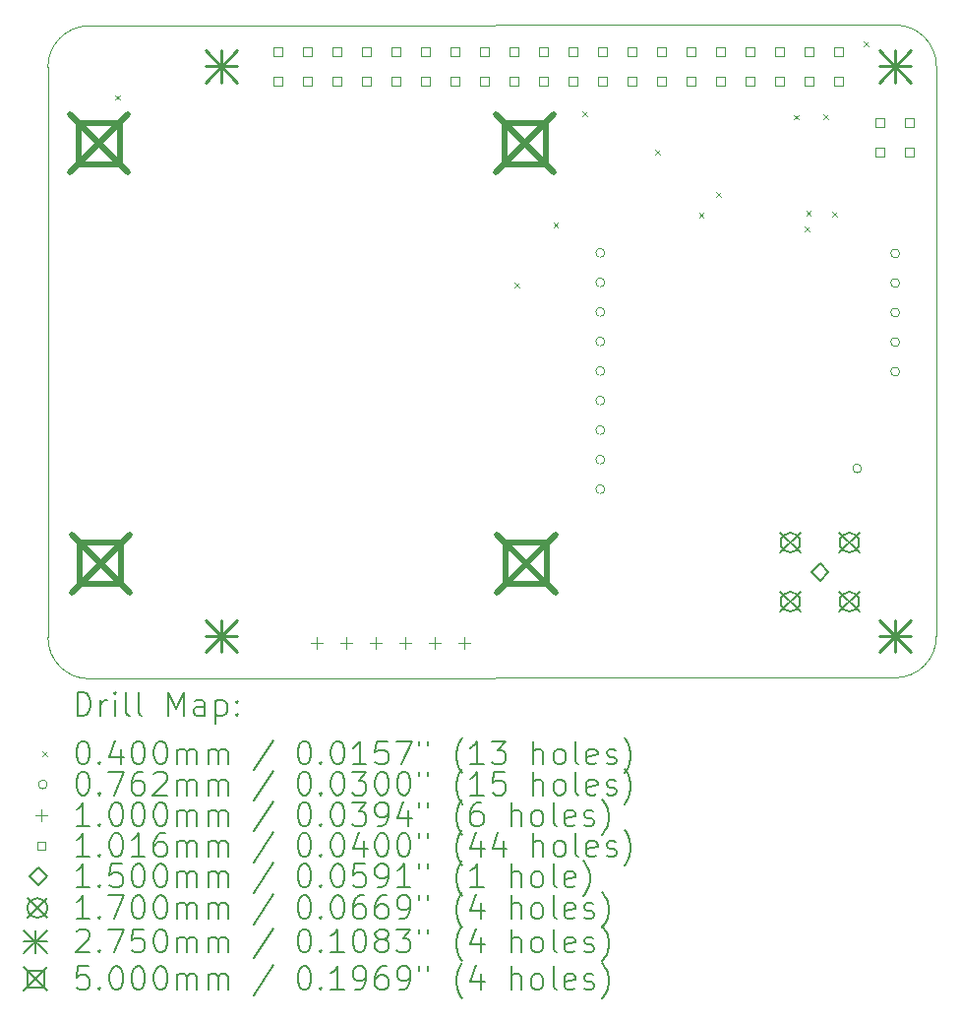
<source format=gbr>
%TF.GenerationSoftware,KiCad,Pcbnew,7.0.6-0*%
%TF.CreationDate,2024-03-05T22:32:51-08:00*%
%TF.ProjectId,New Groundstation,4e657720-4772-46f7-956e-647374617469,rev?*%
%TF.SameCoordinates,Original*%
%TF.FileFunction,Drillmap*%
%TF.FilePolarity,Positive*%
%FSLAX45Y45*%
G04 Gerber Fmt 4.5, Leading zero omitted, Abs format (unit mm)*
G04 Created by KiCad (PCBNEW 7.0.6-0) date 2024-03-05 22:32:51*
%MOMM*%
%LPD*%
G01*
G04 APERTURE LIST*
%ADD10C,0.100000*%
%ADD11C,0.200000*%
%ADD12C,0.040000*%
%ADD13C,0.076200*%
%ADD14C,0.101600*%
%ADD15C,0.150000*%
%ADD16C,0.170000*%
%ADD17C,0.275000*%
%ADD18C,0.500000*%
G04 APERTURE END LIST*
D10*
X9643047Y-12131053D02*
G75*
G03*
X9998641Y-12486653I355603J3D01*
G01*
X9642363Y-12131608D02*
X9642363Y-7229408D01*
X16935394Y-6864389D02*
X9988494Y-6870700D01*
X16935394Y-12477794D02*
G75*
G03*
X17290994Y-12122189I-4J355604D01*
G01*
X17290994Y-7219989D02*
X17290994Y-12122189D01*
X9988494Y-6870701D02*
G75*
G03*
X9642363Y-7229408I12806J-358709D01*
G01*
X17290991Y-7219989D02*
G75*
G03*
X16935394Y-6864389I-355601J-1D01*
G01*
X16935394Y-12477789D02*
X9998641Y-12486653D01*
D11*
D12*
X10225034Y-7467920D02*
X10265034Y-7507920D01*
X10265034Y-7467920D02*
X10225034Y-7507920D01*
X13661654Y-9080820D02*
X13701654Y-9120820D01*
X13701654Y-9080820D02*
X13661654Y-9120820D01*
X13993124Y-8561390D02*
X14033124Y-8601390D01*
X14033124Y-8561390D02*
X13993124Y-8601390D01*
X14245854Y-7605080D02*
X14285854Y-7645080D01*
X14285854Y-7605080D02*
X14245854Y-7645080D01*
X14873234Y-7935280D02*
X14913234Y-7975280D01*
X14913234Y-7935280D02*
X14873234Y-7975280D01*
X15246614Y-8481380D02*
X15286614Y-8521380D01*
X15286614Y-8481380D02*
X15246614Y-8521380D01*
X15395895Y-8299079D02*
X15435895Y-8339079D01*
X15435895Y-8299079D02*
X15395895Y-8339079D01*
X16066181Y-7638100D02*
X16106181Y-7678100D01*
X16106181Y-7638100D02*
X16066181Y-7678100D01*
X16156762Y-8599684D02*
X16196762Y-8639684D01*
X16196762Y-8599684D02*
X16156762Y-8639684D01*
X16171174Y-8461060D02*
X16211174Y-8501060D01*
X16211174Y-8461060D02*
X16171174Y-8501060D01*
X16321034Y-7630480D02*
X16361034Y-7670480D01*
X16361034Y-7630480D02*
X16321034Y-7670480D01*
X16394694Y-8468680D02*
X16434694Y-8508680D01*
X16434694Y-8468680D02*
X16394694Y-8508680D01*
X16666474Y-7008180D02*
X16706474Y-7048180D01*
X16706474Y-7008180D02*
X16666474Y-7048180D01*
D13*
X14435557Y-8823723D02*
G75*
G03*
X14435557Y-8823723I-38100J0D01*
G01*
X14435557Y-9077723D02*
G75*
G03*
X14435557Y-9077723I-38100J0D01*
G01*
X14435557Y-9331723D02*
G75*
G03*
X14435557Y-9331723I-38100J0D01*
G01*
X14435557Y-9585723D02*
G75*
G03*
X14435557Y-9585723I-38100J0D01*
G01*
X14435557Y-9839723D02*
G75*
G03*
X14435557Y-9839723I-38100J0D01*
G01*
X14435557Y-10093723D02*
G75*
G03*
X14435557Y-10093723I-38100J0D01*
G01*
X14435557Y-10347723D02*
G75*
G03*
X14435557Y-10347723I-38100J0D01*
G01*
X14435557Y-10601723D02*
G75*
G03*
X14435557Y-10601723I-38100J0D01*
G01*
X14435557Y-10855723D02*
G75*
G03*
X14435557Y-10855723I-38100J0D01*
G01*
X16646630Y-10678077D02*
G75*
G03*
X16646630Y-10678077I-38100J0D01*
G01*
X16974290Y-8828957D02*
G75*
G03*
X16974290Y-8828957I-38100J0D01*
G01*
X16974290Y-9082957D02*
G75*
G03*
X16974290Y-9082957I-38100J0D01*
G01*
X16974290Y-9336957D02*
G75*
G03*
X16974290Y-9336957I-38100J0D01*
G01*
X16974290Y-9590957D02*
G75*
G03*
X16974290Y-9590957I-38100J0D01*
G01*
X16974290Y-9844957D02*
G75*
G03*
X16974290Y-9844957I-38100J0D01*
G01*
D10*
X11956994Y-12129300D02*
X11956994Y-12229300D01*
X11906994Y-12179300D02*
X12006994Y-12179300D01*
X12210994Y-12129300D02*
X12210994Y-12229300D01*
X12160994Y-12179300D02*
X12260994Y-12179300D01*
X12464994Y-12129300D02*
X12464994Y-12229300D01*
X12414994Y-12179300D02*
X12514994Y-12179300D01*
X12718994Y-12129300D02*
X12718994Y-12229300D01*
X12668994Y-12179300D02*
X12768994Y-12179300D01*
X12972994Y-12129300D02*
X12972994Y-12229300D01*
X12922994Y-12179300D02*
X13022994Y-12179300D01*
X13226994Y-12129300D02*
X13226994Y-12229300D01*
X13176994Y-12179300D02*
X13276994Y-12179300D01*
D14*
X11658315Y-7128910D02*
X11658315Y-7057067D01*
X11586472Y-7057067D01*
X11586472Y-7128910D01*
X11658315Y-7128910D01*
X11658315Y-7382910D02*
X11658315Y-7311067D01*
X11586472Y-7311067D01*
X11586472Y-7382910D01*
X11658315Y-7382910D01*
X11912315Y-7128910D02*
X11912315Y-7057067D01*
X11840472Y-7057067D01*
X11840472Y-7128910D01*
X11912315Y-7128910D01*
X11912315Y-7382910D02*
X11912315Y-7311067D01*
X11840472Y-7311067D01*
X11840472Y-7382910D01*
X11912315Y-7382910D01*
X12166315Y-7128910D02*
X12166315Y-7057067D01*
X12094472Y-7057067D01*
X12094472Y-7128910D01*
X12166315Y-7128910D01*
X12166315Y-7382910D02*
X12166315Y-7311067D01*
X12094472Y-7311067D01*
X12094472Y-7382910D01*
X12166315Y-7382910D01*
X12420315Y-7128910D02*
X12420315Y-7057067D01*
X12348472Y-7057067D01*
X12348472Y-7128910D01*
X12420315Y-7128910D01*
X12420315Y-7382910D02*
X12420315Y-7311067D01*
X12348472Y-7311067D01*
X12348472Y-7382910D01*
X12420315Y-7382910D01*
X12674315Y-7128910D02*
X12674315Y-7057067D01*
X12602472Y-7057067D01*
X12602472Y-7128910D01*
X12674315Y-7128910D01*
X12674315Y-7382910D02*
X12674315Y-7311067D01*
X12602472Y-7311067D01*
X12602472Y-7382910D01*
X12674315Y-7382910D01*
X12928315Y-7128910D02*
X12928315Y-7057067D01*
X12856472Y-7057067D01*
X12856472Y-7128910D01*
X12928315Y-7128910D01*
X12928315Y-7382910D02*
X12928315Y-7311067D01*
X12856472Y-7311067D01*
X12856472Y-7382910D01*
X12928315Y-7382910D01*
X13182315Y-7128910D02*
X13182315Y-7057067D01*
X13110472Y-7057067D01*
X13110472Y-7128910D01*
X13182315Y-7128910D01*
X13182315Y-7382910D02*
X13182315Y-7311067D01*
X13110472Y-7311067D01*
X13110472Y-7382910D01*
X13182315Y-7382910D01*
X13436315Y-7128910D02*
X13436315Y-7057067D01*
X13364472Y-7057067D01*
X13364472Y-7128910D01*
X13436315Y-7128910D01*
X13436315Y-7382910D02*
X13436315Y-7311067D01*
X13364472Y-7311067D01*
X13364472Y-7382910D01*
X13436315Y-7382910D01*
X13690315Y-7128910D02*
X13690315Y-7057067D01*
X13618472Y-7057067D01*
X13618472Y-7128910D01*
X13690315Y-7128910D01*
X13690315Y-7382910D02*
X13690315Y-7311067D01*
X13618472Y-7311067D01*
X13618472Y-7382910D01*
X13690315Y-7382910D01*
X13944315Y-7128910D02*
X13944315Y-7057067D01*
X13872472Y-7057067D01*
X13872472Y-7128910D01*
X13944315Y-7128910D01*
X13944315Y-7382910D02*
X13944315Y-7311067D01*
X13872472Y-7311067D01*
X13872472Y-7382910D01*
X13944315Y-7382910D01*
X14198315Y-7128910D02*
X14198315Y-7057067D01*
X14126472Y-7057067D01*
X14126472Y-7128910D01*
X14198315Y-7128910D01*
X14198315Y-7382910D02*
X14198315Y-7311067D01*
X14126472Y-7311067D01*
X14126472Y-7382910D01*
X14198315Y-7382910D01*
X14452315Y-7128910D02*
X14452315Y-7057067D01*
X14380472Y-7057067D01*
X14380472Y-7128910D01*
X14452315Y-7128910D01*
X14452315Y-7382910D02*
X14452315Y-7311067D01*
X14380472Y-7311067D01*
X14380472Y-7382910D01*
X14452315Y-7382910D01*
X14706315Y-7128910D02*
X14706315Y-7057067D01*
X14634472Y-7057067D01*
X14634472Y-7128910D01*
X14706315Y-7128910D01*
X14706315Y-7382910D02*
X14706315Y-7311067D01*
X14634472Y-7311067D01*
X14634472Y-7382910D01*
X14706315Y-7382910D01*
X14960315Y-7128910D02*
X14960315Y-7057067D01*
X14888472Y-7057067D01*
X14888472Y-7128910D01*
X14960315Y-7128910D01*
X14960315Y-7382910D02*
X14960315Y-7311067D01*
X14888472Y-7311067D01*
X14888472Y-7382910D01*
X14960315Y-7382910D01*
X15214315Y-7128910D02*
X15214315Y-7057067D01*
X15142472Y-7057067D01*
X15142472Y-7128910D01*
X15214315Y-7128910D01*
X15214315Y-7382910D02*
X15214315Y-7311067D01*
X15142472Y-7311067D01*
X15142472Y-7382910D01*
X15214315Y-7382910D01*
X15468315Y-7128910D02*
X15468315Y-7057067D01*
X15396472Y-7057067D01*
X15396472Y-7128910D01*
X15468315Y-7128910D01*
X15468315Y-7382910D02*
X15468315Y-7311067D01*
X15396472Y-7311067D01*
X15396472Y-7382910D01*
X15468315Y-7382910D01*
X15722315Y-7128910D02*
X15722315Y-7057067D01*
X15650472Y-7057067D01*
X15650472Y-7128910D01*
X15722315Y-7128910D01*
X15722315Y-7382910D02*
X15722315Y-7311067D01*
X15650472Y-7311067D01*
X15650472Y-7382910D01*
X15722315Y-7382910D01*
X15976315Y-7128910D02*
X15976315Y-7057067D01*
X15904472Y-7057067D01*
X15904472Y-7128910D01*
X15976315Y-7128910D01*
X15976315Y-7382910D02*
X15976315Y-7311067D01*
X15904472Y-7311067D01*
X15904472Y-7382910D01*
X15976315Y-7382910D01*
X16230315Y-7128910D02*
X16230315Y-7057067D01*
X16158472Y-7057067D01*
X16158472Y-7128910D01*
X16230315Y-7128910D01*
X16230315Y-7382910D02*
X16230315Y-7311067D01*
X16158472Y-7311067D01*
X16158472Y-7382910D01*
X16230315Y-7382910D01*
X16484315Y-7128910D02*
X16484315Y-7057067D01*
X16412472Y-7057067D01*
X16412472Y-7128910D01*
X16484315Y-7128910D01*
X16484315Y-7382910D02*
X16484315Y-7311067D01*
X16412472Y-7311067D01*
X16412472Y-7382910D01*
X16484315Y-7382910D01*
X16840315Y-7741210D02*
X16840315Y-7669367D01*
X16768472Y-7669367D01*
X16768472Y-7741210D01*
X16840315Y-7741210D01*
X16840315Y-7995210D02*
X16840315Y-7923367D01*
X16768472Y-7923367D01*
X16768472Y-7995210D01*
X16840315Y-7995210D01*
X17094315Y-7741210D02*
X17094315Y-7669367D01*
X17022472Y-7669367D01*
X17022472Y-7741210D01*
X17094315Y-7741210D01*
X17094315Y-7995210D02*
X17094315Y-7923367D01*
X17022472Y-7923367D01*
X17022472Y-7995210D01*
X17094315Y-7995210D01*
D15*
X16287694Y-11644700D02*
X16362694Y-11569700D01*
X16287694Y-11494700D01*
X16212694Y-11569700D01*
X16287694Y-11644700D01*
D16*
X15948694Y-11230700D02*
X16118694Y-11400700D01*
X16118694Y-11230700D02*
X15948694Y-11400700D01*
X16118694Y-11315700D02*
G75*
G03*
X16118694Y-11315700I-85000J0D01*
G01*
X15948694Y-11738700D02*
X16118694Y-11908700D01*
X16118694Y-11738700D02*
X15948694Y-11908700D01*
X16118694Y-11823700D02*
G75*
G03*
X16118694Y-11823700I-85000J0D01*
G01*
X16456694Y-11230700D02*
X16626694Y-11400700D01*
X16626694Y-11230700D02*
X16456694Y-11400700D01*
X16626694Y-11315700D02*
G75*
G03*
X16626694Y-11315700I-85000J0D01*
G01*
X16456694Y-11738700D02*
X16626694Y-11908700D01*
X16626694Y-11738700D02*
X16456694Y-11908700D01*
X16626694Y-11823700D02*
G75*
G03*
X16626694Y-11823700I-85000J0D01*
G01*
D17*
X10997894Y-7082489D02*
X11272894Y-7357489D01*
X11272894Y-7082489D02*
X10997894Y-7357489D01*
X11135394Y-7082489D02*
X11135394Y-7357489D01*
X10997894Y-7219989D02*
X11272894Y-7219989D01*
X10997894Y-11982489D02*
X11272894Y-12257489D01*
X11272894Y-11982489D02*
X10997894Y-12257489D01*
X11135394Y-11982489D02*
X11135394Y-12257489D01*
X10997894Y-12119989D02*
X11272894Y-12119989D01*
X16797894Y-7082489D02*
X17072894Y-7357489D01*
X17072894Y-7082489D02*
X16797894Y-7357489D01*
X16935394Y-7082489D02*
X16935394Y-7357489D01*
X16797894Y-7219989D02*
X17072894Y-7219989D01*
X16797894Y-11982489D02*
X17072894Y-12257489D01*
X17072894Y-11982489D02*
X16797894Y-12257489D01*
X16935394Y-11982489D02*
X16935394Y-12257489D01*
X16797894Y-12119989D02*
X17072894Y-12119989D01*
D18*
X9835394Y-7633500D02*
X10335394Y-8133500D01*
X10335394Y-7633500D02*
X9835394Y-8133500D01*
X10262172Y-8060278D02*
X10262172Y-7706722D01*
X9908615Y-7706722D01*
X9908615Y-8060278D01*
X10262172Y-8060278D01*
X9845394Y-11243500D02*
X10345394Y-11743500D01*
X10345394Y-11243500D02*
X9845394Y-11743500D01*
X10272172Y-11670278D02*
X10272172Y-11316722D01*
X9918615Y-11316722D01*
X9918615Y-11670278D01*
X10272172Y-11670278D01*
X13500394Y-7633500D02*
X14000394Y-8133500D01*
X14000394Y-7633500D02*
X13500394Y-8133500D01*
X13927172Y-8060278D02*
X13927172Y-7706722D01*
X13573615Y-7706722D01*
X13573615Y-8060278D01*
X13927172Y-8060278D01*
X13510394Y-11243500D02*
X14010394Y-11743500D01*
X14010394Y-11243500D02*
X13510394Y-11743500D01*
X13937172Y-11670278D02*
X13937172Y-11316722D01*
X13583615Y-11316722D01*
X13583615Y-11670278D01*
X13937172Y-11670278D01*
D11*
X9898140Y-12803137D02*
X9898140Y-12603137D01*
X9898140Y-12603137D02*
X9945759Y-12603137D01*
X9945759Y-12603137D02*
X9974330Y-12612660D01*
X9974330Y-12612660D02*
X9993378Y-12631708D01*
X9993378Y-12631708D02*
X10002901Y-12650756D01*
X10002901Y-12650756D02*
X10012425Y-12688851D01*
X10012425Y-12688851D02*
X10012425Y-12717422D01*
X10012425Y-12717422D02*
X10002901Y-12755517D01*
X10002901Y-12755517D02*
X9993378Y-12774565D01*
X9993378Y-12774565D02*
X9974330Y-12793613D01*
X9974330Y-12793613D02*
X9945759Y-12803137D01*
X9945759Y-12803137D02*
X9898140Y-12803137D01*
X10098140Y-12803137D02*
X10098140Y-12669803D01*
X10098140Y-12707898D02*
X10107663Y-12688851D01*
X10107663Y-12688851D02*
X10117187Y-12679327D01*
X10117187Y-12679327D02*
X10136235Y-12669803D01*
X10136235Y-12669803D02*
X10155282Y-12669803D01*
X10221949Y-12803137D02*
X10221949Y-12669803D01*
X10221949Y-12603137D02*
X10212425Y-12612660D01*
X10212425Y-12612660D02*
X10221949Y-12622184D01*
X10221949Y-12622184D02*
X10231473Y-12612660D01*
X10231473Y-12612660D02*
X10221949Y-12603137D01*
X10221949Y-12603137D02*
X10221949Y-12622184D01*
X10345759Y-12803137D02*
X10326711Y-12793613D01*
X10326711Y-12793613D02*
X10317187Y-12774565D01*
X10317187Y-12774565D02*
X10317187Y-12603137D01*
X10450520Y-12803137D02*
X10431473Y-12793613D01*
X10431473Y-12793613D02*
X10421949Y-12774565D01*
X10421949Y-12774565D02*
X10421949Y-12603137D01*
X10679092Y-12803137D02*
X10679092Y-12603137D01*
X10679092Y-12603137D02*
X10745759Y-12745994D01*
X10745759Y-12745994D02*
X10812425Y-12603137D01*
X10812425Y-12603137D02*
X10812425Y-12803137D01*
X10993378Y-12803137D02*
X10993378Y-12698375D01*
X10993378Y-12698375D02*
X10983854Y-12679327D01*
X10983854Y-12679327D02*
X10964806Y-12669803D01*
X10964806Y-12669803D02*
X10926711Y-12669803D01*
X10926711Y-12669803D02*
X10907663Y-12679327D01*
X10993378Y-12793613D02*
X10974330Y-12803137D01*
X10974330Y-12803137D02*
X10926711Y-12803137D01*
X10926711Y-12803137D02*
X10907663Y-12793613D01*
X10907663Y-12793613D02*
X10898140Y-12774565D01*
X10898140Y-12774565D02*
X10898140Y-12755517D01*
X10898140Y-12755517D02*
X10907663Y-12736470D01*
X10907663Y-12736470D02*
X10926711Y-12726946D01*
X10926711Y-12726946D02*
X10974330Y-12726946D01*
X10974330Y-12726946D02*
X10993378Y-12717422D01*
X11088616Y-12669803D02*
X11088616Y-12869803D01*
X11088616Y-12679327D02*
X11107663Y-12669803D01*
X11107663Y-12669803D02*
X11145759Y-12669803D01*
X11145759Y-12669803D02*
X11164806Y-12679327D01*
X11164806Y-12679327D02*
X11174330Y-12688851D01*
X11174330Y-12688851D02*
X11183854Y-12707898D01*
X11183854Y-12707898D02*
X11183854Y-12765041D01*
X11183854Y-12765041D02*
X11174330Y-12784089D01*
X11174330Y-12784089D02*
X11164806Y-12793613D01*
X11164806Y-12793613D02*
X11145759Y-12803137D01*
X11145759Y-12803137D02*
X11107663Y-12803137D01*
X11107663Y-12803137D02*
X11088616Y-12793613D01*
X11269568Y-12784089D02*
X11279092Y-12793613D01*
X11279092Y-12793613D02*
X11269568Y-12803137D01*
X11269568Y-12803137D02*
X11260044Y-12793613D01*
X11260044Y-12793613D02*
X11269568Y-12784089D01*
X11269568Y-12784089D02*
X11269568Y-12803137D01*
X11269568Y-12679327D02*
X11279092Y-12688851D01*
X11279092Y-12688851D02*
X11269568Y-12698375D01*
X11269568Y-12698375D02*
X11260044Y-12688851D01*
X11260044Y-12688851D02*
X11269568Y-12679327D01*
X11269568Y-12679327D02*
X11269568Y-12698375D01*
D12*
X9597363Y-13111653D02*
X9637363Y-13151653D01*
X9637363Y-13111653D02*
X9597363Y-13151653D01*
D11*
X9936235Y-13023137D02*
X9955282Y-13023137D01*
X9955282Y-13023137D02*
X9974330Y-13032660D01*
X9974330Y-13032660D02*
X9983854Y-13042184D01*
X9983854Y-13042184D02*
X9993378Y-13061232D01*
X9993378Y-13061232D02*
X10002901Y-13099327D01*
X10002901Y-13099327D02*
X10002901Y-13146946D01*
X10002901Y-13146946D02*
X9993378Y-13185041D01*
X9993378Y-13185041D02*
X9983854Y-13204089D01*
X9983854Y-13204089D02*
X9974330Y-13213613D01*
X9974330Y-13213613D02*
X9955282Y-13223137D01*
X9955282Y-13223137D02*
X9936235Y-13223137D01*
X9936235Y-13223137D02*
X9917187Y-13213613D01*
X9917187Y-13213613D02*
X9907663Y-13204089D01*
X9907663Y-13204089D02*
X9898140Y-13185041D01*
X9898140Y-13185041D02*
X9888616Y-13146946D01*
X9888616Y-13146946D02*
X9888616Y-13099327D01*
X9888616Y-13099327D02*
X9898140Y-13061232D01*
X9898140Y-13061232D02*
X9907663Y-13042184D01*
X9907663Y-13042184D02*
X9917187Y-13032660D01*
X9917187Y-13032660D02*
X9936235Y-13023137D01*
X10088616Y-13204089D02*
X10098140Y-13213613D01*
X10098140Y-13213613D02*
X10088616Y-13223137D01*
X10088616Y-13223137D02*
X10079092Y-13213613D01*
X10079092Y-13213613D02*
X10088616Y-13204089D01*
X10088616Y-13204089D02*
X10088616Y-13223137D01*
X10269568Y-13089803D02*
X10269568Y-13223137D01*
X10221949Y-13013613D02*
X10174330Y-13156470D01*
X10174330Y-13156470D02*
X10298140Y-13156470D01*
X10412425Y-13023137D02*
X10431473Y-13023137D01*
X10431473Y-13023137D02*
X10450521Y-13032660D01*
X10450521Y-13032660D02*
X10460044Y-13042184D01*
X10460044Y-13042184D02*
X10469568Y-13061232D01*
X10469568Y-13061232D02*
X10479092Y-13099327D01*
X10479092Y-13099327D02*
X10479092Y-13146946D01*
X10479092Y-13146946D02*
X10469568Y-13185041D01*
X10469568Y-13185041D02*
X10460044Y-13204089D01*
X10460044Y-13204089D02*
X10450521Y-13213613D01*
X10450521Y-13213613D02*
X10431473Y-13223137D01*
X10431473Y-13223137D02*
X10412425Y-13223137D01*
X10412425Y-13223137D02*
X10393378Y-13213613D01*
X10393378Y-13213613D02*
X10383854Y-13204089D01*
X10383854Y-13204089D02*
X10374330Y-13185041D01*
X10374330Y-13185041D02*
X10364806Y-13146946D01*
X10364806Y-13146946D02*
X10364806Y-13099327D01*
X10364806Y-13099327D02*
X10374330Y-13061232D01*
X10374330Y-13061232D02*
X10383854Y-13042184D01*
X10383854Y-13042184D02*
X10393378Y-13032660D01*
X10393378Y-13032660D02*
X10412425Y-13023137D01*
X10602901Y-13023137D02*
X10621949Y-13023137D01*
X10621949Y-13023137D02*
X10640997Y-13032660D01*
X10640997Y-13032660D02*
X10650521Y-13042184D01*
X10650521Y-13042184D02*
X10660044Y-13061232D01*
X10660044Y-13061232D02*
X10669568Y-13099327D01*
X10669568Y-13099327D02*
X10669568Y-13146946D01*
X10669568Y-13146946D02*
X10660044Y-13185041D01*
X10660044Y-13185041D02*
X10650521Y-13204089D01*
X10650521Y-13204089D02*
X10640997Y-13213613D01*
X10640997Y-13213613D02*
X10621949Y-13223137D01*
X10621949Y-13223137D02*
X10602901Y-13223137D01*
X10602901Y-13223137D02*
X10583854Y-13213613D01*
X10583854Y-13213613D02*
X10574330Y-13204089D01*
X10574330Y-13204089D02*
X10564806Y-13185041D01*
X10564806Y-13185041D02*
X10555282Y-13146946D01*
X10555282Y-13146946D02*
X10555282Y-13099327D01*
X10555282Y-13099327D02*
X10564806Y-13061232D01*
X10564806Y-13061232D02*
X10574330Y-13042184D01*
X10574330Y-13042184D02*
X10583854Y-13032660D01*
X10583854Y-13032660D02*
X10602901Y-13023137D01*
X10755282Y-13223137D02*
X10755282Y-13089803D01*
X10755282Y-13108851D02*
X10764806Y-13099327D01*
X10764806Y-13099327D02*
X10783854Y-13089803D01*
X10783854Y-13089803D02*
X10812425Y-13089803D01*
X10812425Y-13089803D02*
X10831473Y-13099327D01*
X10831473Y-13099327D02*
X10840997Y-13118375D01*
X10840997Y-13118375D02*
X10840997Y-13223137D01*
X10840997Y-13118375D02*
X10850521Y-13099327D01*
X10850521Y-13099327D02*
X10869568Y-13089803D01*
X10869568Y-13089803D02*
X10898140Y-13089803D01*
X10898140Y-13089803D02*
X10917187Y-13099327D01*
X10917187Y-13099327D02*
X10926711Y-13118375D01*
X10926711Y-13118375D02*
X10926711Y-13223137D01*
X11021949Y-13223137D02*
X11021949Y-13089803D01*
X11021949Y-13108851D02*
X11031473Y-13099327D01*
X11031473Y-13099327D02*
X11050521Y-13089803D01*
X11050521Y-13089803D02*
X11079092Y-13089803D01*
X11079092Y-13089803D02*
X11098140Y-13099327D01*
X11098140Y-13099327D02*
X11107663Y-13118375D01*
X11107663Y-13118375D02*
X11107663Y-13223137D01*
X11107663Y-13118375D02*
X11117187Y-13099327D01*
X11117187Y-13099327D02*
X11136235Y-13089803D01*
X11136235Y-13089803D02*
X11164806Y-13089803D01*
X11164806Y-13089803D02*
X11183854Y-13099327D01*
X11183854Y-13099327D02*
X11193378Y-13118375D01*
X11193378Y-13118375D02*
X11193378Y-13223137D01*
X11583854Y-13013613D02*
X11412425Y-13270756D01*
X11840997Y-13023137D02*
X11860044Y-13023137D01*
X11860044Y-13023137D02*
X11879092Y-13032660D01*
X11879092Y-13032660D02*
X11888616Y-13042184D01*
X11888616Y-13042184D02*
X11898140Y-13061232D01*
X11898140Y-13061232D02*
X11907663Y-13099327D01*
X11907663Y-13099327D02*
X11907663Y-13146946D01*
X11907663Y-13146946D02*
X11898140Y-13185041D01*
X11898140Y-13185041D02*
X11888616Y-13204089D01*
X11888616Y-13204089D02*
X11879092Y-13213613D01*
X11879092Y-13213613D02*
X11860044Y-13223137D01*
X11860044Y-13223137D02*
X11840997Y-13223137D01*
X11840997Y-13223137D02*
X11821949Y-13213613D01*
X11821949Y-13213613D02*
X11812425Y-13204089D01*
X11812425Y-13204089D02*
X11802902Y-13185041D01*
X11802902Y-13185041D02*
X11793378Y-13146946D01*
X11793378Y-13146946D02*
X11793378Y-13099327D01*
X11793378Y-13099327D02*
X11802902Y-13061232D01*
X11802902Y-13061232D02*
X11812425Y-13042184D01*
X11812425Y-13042184D02*
X11821949Y-13032660D01*
X11821949Y-13032660D02*
X11840997Y-13023137D01*
X11993378Y-13204089D02*
X12002902Y-13213613D01*
X12002902Y-13213613D02*
X11993378Y-13223137D01*
X11993378Y-13223137D02*
X11983854Y-13213613D01*
X11983854Y-13213613D02*
X11993378Y-13204089D01*
X11993378Y-13204089D02*
X11993378Y-13223137D01*
X12126711Y-13023137D02*
X12145759Y-13023137D01*
X12145759Y-13023137D02*
X12164806Y-13032660D01*
X12164806Y-13032660D02*
X12174330Y-13042184D01*
X12174330Y-13042184D02*
X12183854Y-13061232D01*
X12183854Y-13061232D02*
X12193378Y-13099327D01*
X12193378Y-13099327D02*
X12193378Y-13146946D01*
X12193378Y-13146946D02*
X12183854Y-13185041D01*
X12183854Y-13185041D02*
X12174330Y-13204089D01*
X12174330Y-13204089D02*
X12164806Y-13213613D01*
X12164806Y-13213613D02*
X12145759Y-13223137D01*
X12145759Y-13223137D02*
X12126711Y-13223137D01*
X12126711Y-13223137D02*
X12107663Y-13213613D01*
X12107663Y-13213613D02*
X12098140Y-13204089D01*
X12098140Y-13204089D02*
X12088616Y-13185041D01*
X12088616Y-13185041D02*
X12079092Y-13146946D01*
X12079092Y-13146946D02*
X12079092Y-13099327D01*
X12079092Y-13099327D02*
X12088616Y-13061232D01*
X12088616Y-13061232D02*
X12098140Y-13042184D01*
X12098140Y-13042184D02*
X12107663Y-13032660D01*
X12107663Y-13032660D02*
X12126711Y-13023137D01*
X12383854Y-13223137D02*
X12269568Y-13223137D01*
X12326711Y-13223137D02*
X12326711Y-13023137D01*
X12326711Y-13023137D02*
X12307663Y-13051708D01*
X12307663Y-13051708D02*
X12288616Y-13070756D01*
X12288616Y-13070756D02*
X12269568Y-13080279D01*
X12564806Y-13023137D02*
X12469568Y-13023137D01*
X12469568Y-13023137D02*
X12460044Y-13118375D01*
X12460044Y-13118375D02*
X12469568Y-13108851D01*
X12469568Y-13108851D02*
X12488616Y-13099327D01*
X12488616Y-13099327D02*
X12536235Y-13099327D01*
X12536235Y-13099327D02*
X12555283Y-13108851D01*
X12555283Y-13108851D02*
X12564806Y-13118375D01*
X12564806Y-13118375D02*
X12574330Y-13137422D01*
X12574330Y-13137422D02*
X12574330Y-13185041D01*
X12574330Y-13185041D02*
X12564806Y-13204089D01*
X12564806Y-13204089D02*
X12555283Y-13213613D01*
X12555283Y-13213613D02*
X12536235Y-13223137D01*
X12536235Y-13223137D02*
X12488616Y-13223137D01*
X12488616Y-13223137D02*
X12469568Y-13213613D01*
X12469568Y-13213613D02*
X12460044Y-13204089D01*
X12640997Y-13023137D02*
X12774330Y-13023137D01*
X12774330Y-13023137D02*
X12688616Y-13223137D01*
X12840997Y-13023137D02*
X12840997Y-13061232D01*
X12917187Y-13023137D02*
X12917187Y-13061232D01*
X13212426Y-13299327D02*
X13202902Y-13289803D01*
X13202902Y-13289803D02*
X13183854Y-13261232D01*
X13183854Y-13261232D02*
X13174330Y-13242184D01*
X13174330Y-13242184D02*
X13164806Y-13213613D01*
X13164806Y-13213613D02*
X13155283Y-13165994D01*
X13155283Y-13165994D02*
X13155283Y-13127898D01*
X13155283Y-13127898D02*
X13164806Y-13080279D01*
X13164806Y-13080279D02*
X13174330Y-13051708D01*
X13174330Y-13051708D02*
X13183854Y-13032660D01*
X13183854Y-13032660D02*
X13202902Y-13004089D01*
X13202902Y-13004089D02*
X13212426Y-12994565D01*
X13393378Y-13223137D02*
X13279092Y-13223137D01*
X13336235Y-13223137D02*
X13336235Y-13023137D01*
X13336235Y-13023137D02*
X13317187Y-13051708D01*
X13317187Y-13051708D02*
X13298140Y-13070756D01*
X13298140Y-13070756D02*
X13279092Y-13080279D01*
X13460045Y-13023137D02*
X13583854Y-13023137D01*
X13583854Y-13023137D02*
X13517187Y-13099327D01*
X13517187Y-13099327D02*
X13545759Y-13099327D01*
X13545759Y-13099327D02*
X13564806Y-13108851D01*
X13564806Y-13108851D02*
X13574330Y-13118375D01*
X13574330Y-13118375D02*
X13583854Y-13137422D01*
X13583854Y-13137422D02*
X13583854Y-13185041D01*
X13583854Y-13185041D02*
X13574330Y-13204089D01*
X13574330Y-13204089D02*
X13564806Y-13213613D01*
X13564806Y-13213613D02*
X13545759Y-13223137D01*
X13545759Y-13223137D02*
X13488616Y-13223137D01*
X13488616Y-13223137D02*
X13469568Y-13213613D01*
X13469568Y-13213613D02*
X13460045Y-13204089D01*
X13821949Y-13223137D02*
X13821949Y-13023137D01*
X13907664Y-13223137D02*
X13907664Y-13118375D01*
X13907664Y-13118375D02*
X13898140Y-13099327D01*
X13898140Y-13099327D02*
X13879092Y-13089803D01*
X13879092Y-13089803D02*
X13850521Y-13089803D01*
X13850521Y-13089803D02*
X13831473Y-13099327D01*
X13831473Y-13099327D02*
X13821949Y-13108851D01*
X14031473Y-13223137D02*
X14012426Y-13213613D01*
X14012426Y-13213613D02*
X14002902Y-13204089D01*
X14002902Y-13204089D02*
X13993378Y-13185041D01*
X13993378Y-13185041D02*
X13993378Y-13127898D01*
X13993378Y-13127898D02*
X14002902Y-13108851D01*
X14002902Y-13108851D02*
X14012426Y-13099327D01*
X14012426Y-13099327D02*
X14031473Y-13089803D01*
X14031473Y-13089803D02*
X14060045Y-13089803D01*
X14060045Y-13089803D02*
X14079092Y-13099327D01*
X14079092Y-13099327D02*
X14088616Y-13108851D01*
X14088616Y-13108851D02*
X14098140Y-13127898D01*
X14098140Y-13127898D02*
X14098140Y-13185041D01*
X14098140Y-13185041D02*
X14088616Y-13204089D01*
X14088616Y-13204089D02*
X14079092Y-13213613D01*
X14079092Y-13213613D02*
X14060045Y-13223137D01*
X14060045Y-13223137D02*
X14031473Y-13223137D01*
X14212426Y-13223137D02*
X14193378Y-13213613D01*
X14193378Y-13213613D02*
X14183854Y-13194565D01*
X14183854Y-13194565D02*
X14183854Y-13023137D01*
X14364807Y-13213613D02*
X14345759Y-13223137D01*
X14345759Y-13223137D02*
X14307664Y-13223137D01*
X14307664Y-13223137D02*
X14288616Y-13213613D01*
X14288616Y-13213613D02*
X14279092Y-13194565D01*
X14279092Y-13194565D02*
X14279092Y-13118375D01*
X14279092Y-13118375D02*
X14288616Y-13099327D01*
X14288616Y-13099327D02*
X14307664Y-13089803D01*
X14307664Y-13089803D02*
X14345759Y-13089803D01*
X14345759Y-13089803D02*
X14364807Y-13099327D01*
X14364807Y-13099327D02*
X14374330Y-13118375D01*
X14374330Y-13118375D02*
X14374330Y-13137422D01*
X14374330Y-13137422D02*
X14279092Y-13156470D01*
X14450521Y-13213613D02*
X14469568Y-13223137D01*
X14469568Y-13223137D02*
X14507664Y-13223137D01*
X14507664Y-13223137D02*
X14526711Y-13213613D01*
X14526711Y-13213613D02*
X14536235Y-13194565D01*
X14536235Y-13194565D02*
X14536235Y-13185041D01*
X14536235Y-13185041D02*
X14526711Y-13165994D01*
X14526711Y-13165994D02*
X14507664Y-13156470D01*
X14507664Y-13156470D02*
X14479092Y-13156470D01*
X14479092Y-13156470D02*
X14460045Y-13146946D01*
X14460045Y-13146946D02*
X14450521Y-13127898D01*
X14450521Y-13127898D02*
X14450521Y-13118375D01*
X14450521Y-13118375D02*
X14460045Y-13099327D01*
X14460045Y-13099327D02*
X14479092Y-13089803D01*
X14479092Y-13089803D02*
X14507664Y-13089803D01*
X14507664Y-13089803D02*
X14526711Y-13099327D01*
X14602902Y-13299327D02*
X14612426Y-13289803D01*
X14612426Y-13289803D02*
X14631473Y-13261232D01*
X14631473Y-13261232D02*
X14640997Y-13242184D01*
X14640997Y-13242184D02*
X14650521Y-13213613D01*
X14650521Y-13213613D02*
X14660045Y-13165994D01*
X14660045Y-13165994D02*
X14660045Y-13127898D01*
X14660045Y-13127898D02*
X14650521Y-13080279D01*
X14650521Y-13080279D02*
X14640997Y-13051708D01*
X14640997Y-13051708D02*
X14631473Y-13032660D01*
X14631473Y-13032660D02*
X14612426Y-13004089D01*
X14612426Y-13004089D02*
X14602902Y-12994565D01*
D13*
X9637363Y-13395653D02*
G75*
G03*
X9637363Y-13395653I-38100J0D01*
G01*
D11*
X9936235Y-13287137D02*
X9955282Y-13287137D01*
X9955282Y-13287137D02*
X9974330Y-13296660D01*
X9974330Y-13296660D02*
X9983854Y-13306184D01*
X9983854Y-13306184D02*
X9993378Y-13325232D01*
X9993378Y-13325232D02*
X10002901Y-13363327D01*
X10002901Y-13363327D02*
X10002901Y-13410946D01*
X10002901Y-13410946D02*
X9993378Y-13449041D01*
X9993378Y-13449041D02*
X9983854Y-13468089D01*
X9983854Y-13468089D02*
X9974330Y-13477613D01*
X9974330Y-13477613D02*
X9955282Y-13487137D01*
X9955282Y-13487137D02*
X9936235Y-13487137D01*
X9936235Y-13487137D02*
X9917187Y-13477613D01*
X9917187Y-13477613D02*
X9907663Y-13468089D01*
X9907663Y-13468089D02*
X9898140Y-13449041D01*
X9898140Y-13449041D02*
X9888616Y-13410946D01*
X9888616Y-13410946D02*
X9888616Y-13363327D01*
X9888616Y-13363327D02*
X9898140Y-13325232D01*
X9898140Y-13325232D02*
X9907663Y-13306184D01*
X9907663Y-13306184D02*
X9917187Y-13296660D01*
X9917187Y-13296660D02*
X9936235Y-13287137D01*
X10088616Y-13468089D02*
X10098140Y-13477613D01*
X10098140Y-13477613D02*
X10088616Y-13487137D01*
X10088616Y-13487137D02*
X10079092Y-13477613D01*
X10079092Y-13477613D02*
X10088616Y-13468089D01*
X10088616Y-13468089D02*
X10088616Y-13487137D01*
X10164806Y-13287137D02*
X10298140Y-13287137D01*
X10298140Y-13287137D02*
X10212425Y-13487137D01*
X10460044Y-13287137D02*
X10421949Y-13287137D01*
X10421949Y-13287137D02*
X10402901Y-13296660D01*
X10402901Y-13296660D02*
X10393378Y-13306184D01*
X10393378Y-13306184D02*
X10374330Y-13334756D01*
X10374330Y-13334756D02*
X10364806Y-13372851D01*
X10364806Y-13372851D02*
X10364806Y-13449041D01*
X10364806Y-13449041D02*
X10374330Y-13468089D01*
X10374330Y-13468089D02*
X10383854Y-13477613D01*
X10383854Y-13477613D02*
X10402901Y-13487137D01*
X10402901Y-13487137D02*
X10440997Y-13487137D01*
X10440997Y-13487137D02*
X10460044Y-13477613D01*
X10460044Y-13477613D02*
X10469568Y-13468089D01*
X10469568Y-13468089D02*
X10479092Y-13449041D01*
X10479092Y-13449041D02*
X10479092Y-13401422D01*
X10479092Y-13401422D02*
X10469568Y-13382375D01*
X10469568Y-13382375D02*
X10460044Y-13372851D01*
X10460044Y-13372851D02*
X10440997Y-13363327D01*
X10440997Y-13363327D02*
X10402901Y-13363327D01*
X10402901Y-13363327D02*
X10383854Y-13372851D01*
X10383854Y-13372851D02*
X10374330Y-13382375D01*
X10374330Y-13382375D02*
X10364806Y-13401422D01*
X10555282Y-13306184D02*
X10564806Y-13296660D01*
X10564806Y-13296660D02*
X10583854Y-13287137D01*
X10583854Y-13287137D02*
X10631473Y-13287137D01*
X10631473Y-13287137D02*
X10650521Y-13296660D01*
X10650521Y-13296660D02*
X10660044Y-13306184D01*
X10660044Y-13306184D02*
X10669568Y-13325232D01*
X10669568Y-13325232D02*
X10669568Y-13344279D01*
X10669568Y-13344279D02*
X10660044Y-13372851D01*
X10660044Y-13372851D02*
X10545759Y-13487137D01*
X10545759Y-13487137D02*
X10669568Y-13487137D01*
X10755282Y-13487137D02*
X10755282Y-13353803D01*
X10755282Y-13372851D02*
X10764806Y-13363327D01*
X10764806Y-13363327D02*
X10783854Y-13353803D01*
X10783854Y-13353803D02*
X10812425Y-13353803D01*
X10812425Y-13353803D02*
X10831473Y-13363327D01*
X10831473Y-13363327D02*
X10840997Y-13382375D01*
X10840997Y-13382375D02*
X10840997Y-13487137D01*
X10840997Y-13382375D02*
X10850521Y-13363327D01*
X10850521Y-13363327D02*
X10869568Y-13353803D01*
X10869568Y-13353803D02*
X10898140Y-13353803D01*
X10898140Y-13353803D02*
X10917187Y-13363327D01*
X10917187Y-13363327D02*
X10926711Y-13382375D01*
X10926711Y-13382375D02*
X10926711Y-13487137D01*
X11021949Y-13487137D02*
X11021949Y-13353803D01*
X11021949Y-13372851D02*
X11031473Y-13363327D01*
X11031473Y-13363327D02*
X11050521Y-13353803D01*
X11050521Y-13353803D02*
X11079092Y-13353803D01*
X11079092Y-13353803D02*
X11098140Y-13363327D01*
X11098140Y-13363327D02*
X11107663Y-13382375D01*
X11107663Y-13382375D02*
X11107663Y-13487137D01*
X11107663Y-13382375D02*
X11117187Y-13363327D01*
X11117187Y-13363327D02*
X11136235Y-13353803D01*
X11136235Y-13353803D02*
X11164806Y-13353803D01*
X11164806Y-13353803D02*
X11183854Y-13363327D01*
X11183854Y-13363327D02*
X11193378Y-13382375D01*
X11193378Y-13382375D02*
X11193378Y-13487137D01*
X11583854Y-13277613D02*
X11412425Y-13534756D01*
X11840997Y-13287137D02*
X11860044Y-13287137D01*
X11860044Y-13287137D02*
X11879092Y-13296660D01*
X11879092Y-13296660D02*
X11888616Y-13306184D01*
X11888616Y-13306184D02*
X11898140Y-13325232D01*
X11898140Y-13325232D02*
X11907663Y-13363327D01*
X11907663Y-13363327D02*
X11907663Y-13410946D01*
X11907663Y-13410946D02*
X11898140Y-13449041D01*
X11898140Y-13449041D02*
X11888616Y-13468089D01*
X11888616Y-13468089D02*
X11879092Y-13477613D01*
X11879092Y-13477613D02*
X11860044Y-13487137D01*
X11860044Y-13487137D02*
X11840997Y-13487137D01*
X11840997Y-13487137D02*
X11821949Y-13477613D01*
X11821949Y-13477613D02*
X11812425Y-13468089D01*
X11812425Y-13468089D02*
X11802902Y-13449041D01*
X11802902Y-13449041D02*
X11793378Y-13410946D01*
X11793378Y-13410946D02*
X11793378Y-13363327D01*
X11793378Y-13363327D02*
X11802902Y-13325232D01*
X11802902Y-13325232D02*
X11812425Y-13306184D01*
X11812425Y-13306184D02*
X11821949Y-13296660D01*
X11821949Y-13296660D02*
X11840997Y-13287137D01*
X11993378Y-13468089D02*
X12002902Y-13477613D01*
X12002902Y-13477613D02*
X11993378Y-13487137D01*
X11993378Y-13487137D02*
X11983854Y-13477613D01*
X11983854Y-13477613D02*
X11993378Y-13468089D01*
X11993378Y-13468089D02*
X11993378Y-13487137D01*
X12126711Y-13287137D02*
X12145759Y-13287137D01*
X12145759Y-13287137D02*
X12164806Y-13296660D01*
X12164806Y-13296660D02*
X12174330Y-13306184D01*
X12174330Y-13306184D02*
X12183854Y-13325232D01*
X12183854Y-13325232D02*
X12193378Y-13363327D01*
X12193378Y-13363327D02*
X12193378Y-13410946D01*
X12193378Y-13410946D02*
X12183854Y-13449041D01*
X12183854Y-13449041D02*
X12174330Y-13468089D01*
X12174330Y-13468089D02*
X12164806Y-13477613D01*
X12164806Y-13477613D02*
X12145759Y-13487137D01*
X12145759Y-13487137D02*
X12126711Y-13487137D01*
X12126711Y-13487137D02*
X12107663Y-13477613D01*
X12107663Y-13477613D02*
X12098140Y-13468089D01*
X12098140Y-13468089D02*
X12088616Y-13449041D01*
X12088616Y-13449041D02*
X12079092Y-13410946D01*
X12079092Y-13410946D02*
X12079092Y-13363327D01*
X12079092Y-13363327D02*
X12088616Y-13325232D01*
X12088616Y-13325232D02*
X12098140Y-13306184D01*
X12098140Y-13306184D02*
X12107663Y-13296660D01*
X12107663Y-13296660D02*
X12126711Y-13287137D01*
X12260044Y-13287137D02*
X12383854Y-13287137D01*
X12383854Y-13287137D02*
X12317187Y-13363327D01*
X12317187Y-13363327D02*
X12345759Y-13363327D01*
X12345759Y-13363327D02*
X12364806Y-13372851D01*
X12364806Y-13372851D02*
X12374330Y-13382375D01*
X12374330Y-13382375D02*
X12383854Y-13401422D01*
X12383854Y-13401422D02*
X12383854Y-13449041D01*
X12383854Y-13449041D02*
X12374330Y-13468089D01*
X12374330Y-13468089D02*
X12364806Y-13477613D01*
X12364806Y-13477613D02*
X12345759Y-13487137D01*
X12345759Y-13487137D02*
X12288616Y-13487137D01*
X12288616Y-13487137D02*
X12269568Y-13477613D01*
X12269568Y-13477613D02*
X12260044Y-13468089D01*
X12507663Y-13287137D02*
X12526711Y-13287137D01*
X12526711Y-13287137D02*
X12545759Y-13296660D01*
X12545759Y-13296660D02*
X12555283Y-13306184D01*
X12555283Y-13306184D02*
X12564806Y-13325232D01*
X12564806Y-13325232D02*
X12574330Y-13363327D01*
X12574330Y-13363327D02*
X12574330Y-13410946D01*
X12574330Y-13410946D02*
X12564806Y-13449041D01*
X12564806Y-13449041D02*
X12555283Y-13468089D01*
X12555283Y-13468089D02*
X12545759Y-13477613D01*
X12545759Y-13477613D02*
X12526711Y-13487137D01*
X12526711Y-13487137D02*
X12507663Y-13487137D01*
X12507663Y-13487137D02*
X12488616Y-13477613D01*
X12488616Y-13477613D02*
X12479092Y-13468089D01*
X12479092Y-13468089D02*
X12469568Y-13449041D01*
X12469568Y-13449041D02*
X12460044Y-13410946D01*
X12460044Y-13410946D02*
X12460044Y-13363327D01*
X12460044Y-13363327D02*
X12469568Y-13325232D01*
X12469568Y-13325232D02*
X12479092Y-13306184D01*
X12479092Y-13306184D02*
X12488616Y-13296660D01*
X12488616Y-13296660D02*
X12507663Y-13287137D01*
X12698140Y-13287137D02*
X12717187Y-13287137D01*
X12717187Y-13287137D02*
X12736235Y-13296660D01*
X12736235Y-13296660D02*
X12745759Y-13306184D01*
X12745759Y-13306184D02*
X12755283Y-13325232D01*
X12755283Y-13325232D02*
X12764806Y-13363327D01*
X12764806Y-13363327D02*
X12764806Y-13410946D01*
X12764806Y-13410946D02*
X12755283Y-13449041D01*
X12755283Y-13449041D02*
X12745759Y-13468089D01*
X12745759Y-13468089D02*
X12736235Y-13477613D01*
X12736235Y-13477613D02*
X12717187Y-13487137D01*
X12717187Y-13487137D02*
X12698140Y-13487137D01*
X12698140Y-13487137D02*
X12679092Y-13477613D01*
X12679092Y-13477613D02*
X12669568Y-13468089D01*
X12669568Y-13468089D02*
X12660044Y-13449041D01*
X12660044Y-13449041D02*
X12650521Y-13410946D01*
X12650521Y-13410946D02*
X12650521Y-13363327D01*
X12650521Y-13363327D02*
X12660044Y-13325232D01*
X12660044Y-13325232D02*
X12669568Y-13306184D01*
X12669568Y-13306184D02*
X12679092Y-13296660D01*
X12679092Y-13296660D02*
X12698140Y-13287137D01*
X12840997Y-13287137D02*
X12840997Y-13325232D01*
X12917187Y-13287137D02*
X12917187Y-13325232D01*
X13212426Y-13563327D02*
X13202902Y-13553803D01*
X13202902Y-13553803D02*
X13183854Y-13525232D01*
X13183854Y-13525232D02*
X13174330Y-13506184D01*
X13174330Y-13506184D02*
X13164806Y-13477613D01*
X13164806Y-13477613D02*
X13155283Y-13429994D01*
X13155283Y-13429994D02*
X13155283Y-13391898D01*
X13155283Y-13391898D02*
X13164806Y-13344279D01*
X13164806Y-13344279D02*
X13174330Y-13315708D01*
X13174330Y-13315708D02*
X13183854Y-13296660D01*
X13183854Y-13296660D02*
X13202902Y-13268089D01*
X13202902Y-13268089D02*
X13212426Y-13258565D01*
X13393378Y-13487137D02*
X13279092Y-13487137D01*
X13336235Y-13487137D02*
X13336235Y-13287137D01*
X13336235Y-13287137D02*
X13317187Y-13315708D01*
X13317187Y-13315708D02*
X13298140Y-13334756D01*
X13298140Y-13334756D02*
X13279092Y-13344279D01*
X13574330Y-13287137D02*
X13479092Y-13287137D01*
X13479092Y-13287137D02*
X13469568Y-13382375D01*
X13469568Y-13382375D02*
X13479092Y-13372851D01*
X13479092Y-13372851D02*
X13498140Y-13363327D01*
X13498140Y-13363327D02*
X13545759Y-13363327D01*
X13545759Y-13363327D02*
X13564806Y-13372851D01*
X13564806Y-13372851D02*
X13574330Y-13382375D01*
X13574330Y-13382375D02*
X13583854Y-13401422D01*
X13583854Y-13401422D02*
X13583854Y-13449041D01*
X13583854Y-13449041D02*
X13574330Y-13468089D01*
X13574330Y-13468089D02*
X13564806Y-13477613D01*
X13564806Y-13477613D02*
X13545759Y-13487137D01*
X13545759Y-13487137D02*
X13498140Y-13487137D01*
X13498140Y-13487137D02*
X13479092Y-13477613D01*
X13479092Y-13477613D02*
X13469568Y-13468089D01*
X13821949Y-13487137D02*
X13821949Y-13287137D01*
X13907664Y-13487137D02*
X13907664Y-13382375D01*
X13907664Y-13382375D02*
X13898140Y-13363327D01*
X13898140Y-13363327D02*
X13879092Y-13353803D01*
X13879092Y-13353803D02*
X13850521Y-13353803D01*
X13850521Y-13353803D02*
X13831473Y-13363327D01*
X13831473Y-13363327D02*
X13821949Y-13372851D01*
X14031473Y-13487137D02*
X14012426Y-13477613D01*
X14012426Y-13477613D02*
X14002902Y-13468089D01*
X14002902Y-13468089D02*
X13993378Y-13449041D01*
X13993378Y-13449041D02*
X13993378Y-13391898D01*
X13993378Y-13391898D02*
X14002902Y-13372851D01*
X14002902Y-13372851D02*
X14012426Y-13363327D01*
X14012426Y-13363327D02*
X14031473Y-13353803D01*
X14031473Y-13353803D02*
X14060045Y-13353803D01*
X14060045Y-13353803D02*
X14079092Y-13363327D01*
X14079092Y-13363327D02*
X14088616Y-13372851D01*
X14088616Y-13372851D02*
X14098140Y-13391898D01*
X14098140Y-13391898D02*
X14098140Y-13449041D01*
X14098140Y-13449041D02*
X14088616Y-13468089D01*
X14088616Y-13468089D02*
X14079092Y-13477613D01*
X14079092Y-13477613D02*
X14060045Y-13487137D01*
X14060045Y-13487137D02*
X14031473Y-13487137D01*
X14212426Y-13487137D02*
X14193378Y-13477613D01*
X14193378Y-13477613D02*
X14183854Y-13458565D01*
X14183854Y-13458565D02*
X14183854Y-13287137D01*
X14364807Y-13477613D02*
X14345759Y-13487137D01*
X14345759Y-13487137D02*
X14307664Y-13487137D01*
X14307664Y-13487137D02*
X14288616Y-13477613D01*
X14288616Y-13477613D02*
X14279092Y-13458565D01*
X14279092Y-13458565D02*
X14279092Y-13382375D01*
X14279092Y-13382375D02*
X14288616Y-13363327D01*
X14288616Y-13363327D02*
X14307664Y-13353803D01*
X14307664Y-13353803D02*
X14345759Y-13353803D01*
X14345759Y-13353803D02*
X14364807Y-13363327D01*
X14364807Y-13363327D02*
X14374330Y-13382375D01*
X14374330Y-13382375D02*
X14374330Y-13401422D01*
X14374330Y-13401422D02*
X14279092Y-13420470D01*
X14450521Y-13477613D02*
X14469568Y-13487137D01*
X14469568Y-13487137D02*
X14507664Y-13487137D01*
X14507664Y-13487137D02*
X14526711Y-13477613D01*
X14526711Y-13477613D02*
X14536235Y-13458565D01*
X14536235Y-13458565D02*
X14536235Y-13449041D01*
X14536235Y-13449041D02*
X14526711Y-13429994D01*
X14526711Y-13429994D02*
X14507664Y-13420470D01*
X14507664Y-13420470D02*
X14479092Y-13420470D01*
X14479092Y-13420470D02*
X14460045Y-13410946D01*
X14460045Y-13410946D02*
X14450521Y-13391898D01*
X14450521Y-13391898D02*
X14450521Y-13382375D01*
X14450521Y-13382375D02*
X14460045Y-13363327D01*
X14460045Y-13363327D02*
X14479092Y-13353803D01*
X14479092Y-13353803D02*
X14507664Y-13353803D01*
X14507664Y-13353803D02*
X14526711Y-13363327D01*
X14602902Y-13563327D02*
X14612426Y-13553803D01*
X14612426Y-13553803D02*
X14631473Y-13525232D01*
X14631473Y-13525232D02*
X14640997Y-13506184D01*
X14640997Y-13506184D02*
X14650521Y-13477613D01*
X14650521Y-13477613D02*
X14660045Y-13429994D01*
X14660045Y-13429994D02*
X14660045Y-13391898D01*
X14660045Y-13391898D02*
X14650521Y-13344279D01*
X14650521Y-13344279D02*
X14640997Y-13315708D01*
X14640997Y-13315708D02*
X14631473Y-13296660D01*
X14631473Y-13296660D02*
X14612426Y-13268089D01*
X14612426Y-13268089D02*
X14602902Y-13258565D01*
D10*
X9587363Y-13609653D02*
X9587363Y-13709653D01*
X9537363Y-13659653D02*
X9637363Y-13659653D01*
D11*
X10002901Y-13751137D02*
X9888616Y-13751137D01*
X9945759Y-13751137D02*
X9945759Y-13551137D01*
X9945759Y-13551137D02*
X9926711Y-13579708D01*
X9926711Y-13579708D02*
X9907663Y-13598756D01*
X9907663Y-13598756D02*
X9888616Y-13608279D01*
X10088616Y-13732089D02*
X10098140Y-13741613D01*
X10098140Y-13741613D02*
X10088616Y-13751137D01*
X10088616Y-13751137D02*
X10079092Y-13741613D01*
X10079092Y-13741613D02*
X10088616Y-13732089D01*
X10088616Y-13732089D02*
X10088616Y-13751137D01*
X10221949Y-13551137D02*
X10240997Y-13551137D01*
X10240997Y-13551137D02*
X10260044Y-13560660D01*
X10260044Y-13560660D02*
X10269568Y-13570184D01*
X10269568Y-13570184D02*
X10279092Y-13589232D01*
X10279092Y-13589232D02*
X10288616Y-13627327D01*
X10288616Y-13627327D02*
X10288616Y-13674946D01*
X10288616Y-13674946D02*
X10279092Y-13713041D01*
X10279092Y-13713041D02*
X10269568Y-13732089D01*
X10269568Y-13732089D02*
X10260044Y-13741613D01*
X10260044Y-13741613D02*
X10240997Y-13751137D01*
X10240997Y-13751137D02*
X10221949Y-13751137D01*
X10221949Y-13751137D02*
X10202901Y-13741613D01*
X10202901Y-13741613D02*
X10193378Y-13732089D01*
X10193378Y-13732089D02*
X10183854Y-13713041D01*
X10183854Y-13713041D02*
X10174330Y-13674946D01*
X10174330Y-13674946D02*
X10174330Y-13627327D01*
X10174330Y-13627327D02*
X10183854Y-13589232D01*
X10183854Y-13589232D02*
X10193378Y-13570184D01*
X10193378Y-13570184D02*
X10202901Y-13560660D01*
X10202901Y-13560660D02*
X10221949Y-13551137D01*
X10412425Y-13551137D02*
X10431473Y-13551137D01*
X10431473Y-13551137D02*
X10450521Y-13560660D01*
X10450521Y-13560660D02*
X10460044Y-13570184D01*
X10460044Y-13570184D02*
X10469568Y-13589232D01*
X10469568Y-13589232D02*
X10479092Y-13627327D01*
X10479092Y-13627327D02*
X10479092Y-13674946D01*
X10479092Y-13674946D02*
X10469568Y-13713041D01*
X10469568Y-13713041D02*
X10460044Y-13732089D01*
X10460044Y-13732089D02*
X10450521Y-13741613D01*
X10450521Y-13741613D02*
X10431473Y-13751137D01*
X10431473Y-13751137D02*
X10412425Y-13751137D01*
X10412425Y-13751137D02*
X10393378Y-13741613D01*
X10393378Y-13741613D02*
X10383854Y-13732089D01*
X10383854Y-13732089D02*
X10374330Y-13713041D01*
X10374330Y-13713041D02*
X10364806Y-13674946D01*
X10364806Y-13674946D02*
X10364806Y-13627327D01*
X10364806Y-13627327D02*
X10374330Y-13589232D01*
X10374330Y-13589232D02*
X10383854Y-13570184D01*
X10383854Y-13570184D02*
X10393378Y-13560660D01*
X10393378Y-13560660D02*
X10412425Y-13551137D01*
X10602901Y-13551137D02*
X10621949Y-13551137D01*
X10621949Y-13551137D02*
X10640997Y-13560660D01*
X10640997Y-13560660D02*
X10650521Y-13570184D01*
X10650521Y-13570184D02*
X10660044Y-13589232D01*
X10660044Y-13589232D02*
X10669568Y-13627327D01*
X10669568Y-13627327D02*
X10669568Y-13674946D01*
X10669568Y-13674946D02*
X10660044Y-13713041D01*
X10660044Y-13713041D02*
X10650521Y-13732089D01*
X10650521Y-13732089D02*
X10640997Y-13741613D01*
X10640997Y-13741613D02*
X10621949Y-13751137D01*
X10621949Y-13751137D02*
X10602901Y-13751137D01*
X10602901Y-13751137D02*
X10583854Y-13741613D01*
X10583854Y-13741613D02*
X10574330Y-13732089D01*
X10574330Y-13732089D02*
X10564806Y-13713041D01*
X10564806Y-13713041D02*
X10555282Y-13674946D01*
X10555282Y-13674946D02*
X10555282Y-13627327D01*
X10555282Y-13627327D02*
X10564806Y-13589232D01*
X10564806Y-13589232D02*
X10574330Y-13570184D01*
X10574330Y-13570184D02*
X10583854Y-13560660D01*
X10583854Y-13560660D02*
X10602901Y-13551137D01*
X10755282Y-13751137D02*
X10755282Y-13617803D01*
X10755282Y-13636851D02*
X10764806Y-13627327D01*
X10764806Y-13627327D02*
X10783854Y-13617803D01*
X10783854Y-13617803D02*
X10812425Y-13617803D01*
X10812425Y-13617803D02*
X10831473Y-13627327D01*
X10831473Y-13627327D02*
X10840997Y-13646375D01*
X10840997Y-13646375D02*
X10840997Y-13751137D01*
X10840997Y-13646375D02*
X10850521Y-13627327D01*
X10850521Y-13627327D02*
X10869568Y-13617803D01*
X10869568Y-13617803D02*
X10898140Y-13617803D01*
X10898140Y-13617803D02*
X10917187Y-13627327D01*
X10917187Y-13627327D02*
X10926711Y-13646375D01*
X10926711Y-13646375D02*
X10926711Y-13751137D01*
X11021949Y-13751137D02*
X11021949Y-13617803D01*
X11021949Y-13636851D02*
X11031473Y-13627327D01*
X11031473Y-13627327D02*
X11050521Y-13617803D01*
X11050521Y-13617803D02*
X11079092Y-13617803D01*
X11079092Y-13617803D02*
X11098140Y-13627327D01*
X11098140Y-13627327D02*
X11107663Y-13646375D01*
X11107663Y-13646375D02*
X11107663Y-13751137D01*
X11107663Y-13646375D02*
X11117187Y-13627327D01*
X11117187Y-13627327D02*
X11136235Y-13617803D01*
X11136235Y-13617803D02*
X11164806Y-13617803D01*
X11164806Y-13617803D02*
X11183854Y-13627327D01*
X11183854Y-13627327D02*
X11193378Y-13646375D01*
X11193378Y-13646375D02*
X11193378Y-13751137D01*
X11583854Y-13541613D02*
X11412425Y-13798756D01*
X11840997Y-13551137D02*
X11860044Y-13551137D01*
X11860044Y-13551137D02*
X11879092Y-13560660D01*
X11879092Y-13560660D02*
X11888616Y-13570184D01*
X11888616Y-13570184D02*
X11898140Y-13589232D01*
X11898140Y-13589232D02*
X11907663Y-13627327D01*
X11907663Y-13627327D02*
X11907663Y-13674946D01*
X11907663Y-13674946D02*
X11898140Y-13713041D01*
X11898140Y-13713041D02*
X11888616Y-13732089D01*
X11888616Y-13732089D02*
X11879092Y-13741613D01*
X11879092Y-13741613D02*
X11860044Y-13751137D01*
X11860044Y-13751137D02*
X11840997Y-13751137D01*
X11840997Y-13751137D02*
X11821949Y-13741613D01*
X11821949Y-13741613D02*
X11812425Y-13732089D01*
X11812425Y-13732089D02*
X11802902Y-13713041D01*
X11802902Y-13713041D02*
X11793378Y-13674946D01*
X11793378Y-13674946D02*
X11793378Y-13627327D01*
X11793378Y-13627327D02*
X11802902Y-13589232D01*
X11802902Y-13589232D02*
X11812425Y-13570184D01*
X11812425Y-13570184D02*
X11821949Y-13560660D01*
X11821949Y-13560660D02*
X11840997Y-13551137D01*
X11993378Y-13732089D02*
X12002902Y-13741613D01*
X12002902Y-13741613D02*
X11993378Y-13751137D01*
X11993378Y-13751137D02*
X11983854Y-13741613D01*
X11983854Y-13741613D02*
X11993378Y-13732089D01*
X11993378Y-13732089D02*
X11993378Y-13751137D01*
X12126711Y-13551137D02*
X12145759Y-13551137D01*
X12145759Y-13551137D02*
X12164806Y-13560660D01*
X12164806Y-13560660D02*
X12174330Y-13570184D01*
X12174330Y-13570184D02*
X12183854Y-13589232D01*
X12183854Y-13589232D02*
X12193378Y-13627327D01*
X12193378Y-13627327D02*
X12193378Y-13674946D01*
X12193378Y-13674946D02*
X12183854Y-13713041D01*
X12183854Y-13713041D02*
X12174330Y-13732089D01*
X12174330Y-13732089D02*
X12164806Y-13741613D01*
X12164806Y-13741613D02*
X12145759Y-13751137D01*
X12145759Y-13751137D02*
X12126711Y-13751137D01*
X12126711Y-13751137D02*
X12107663Y-13741613D01*
X12107663Y-13741613D02*
X12098140Y-13732089D01*
X12098140Y-13732089D02*
X12088616Y-13713041D01*
X12088616Y-13713041D02*
X12079092Y-13674946D01*
X12079092Y-13674946D02*
X12079092Y-13627327D01*
X12079092Y-13627327D02*
X12088616Y-13589232D01*
X12088616Y-13589232D02*
X12098140Y-13570184D01*
X12098140Y-13570184D02*
X12107663Y-13560660D01*
X12107663Y-13560660D02*
X12126711Y-13551137D01*
X12260044Y-13551137D02*
X12383854Y-13551137D01*
X12383854Y-13551137D02*
X12317187Y-13627327D01*
X12317187Y-13627327D02*
X12345759Y-13627327D01*
X12345759Y-13627327D02*
X12364806Y-13636851D01*
X12364806Y-13636851D02*
X12374330Y-13646375D01*
X12374330Y-13646375D02*
X12383854Y-13665422D01*
X12383854Y-13665422D02*
X12383854Y-13713041D01*
X12383854Y-13713041D02*
X12374330Y-13732089D01*
X12374330Y-13732089D02*
X12364806Y-13741613D01*
X12364806Y-13741613D02*
X12345759Y-13751137D01*
X12345759Y-13751137D02*
X12288616Y-13751137D01*
X12288616Y-13751137D02*
X12269568Y-13741613D01*
X12269568Y-13741613D02*
X12260044Y-13732089D01*
X12479092Y-13751137D02*
X12517187Y-13751137D01*
X12517187Y-13751137D02*
X12536235Y-13741613D01*
X12536235Y-13741613D02*
X12545759Y-13732089D01*
X12545759Y-13732089D02*
X12564806Y-13703517D01*
X12564806Y-13703517D02*
X12574330Y-13665422D01*
X12574330Y-13665422D02*
X12574330Y-13589232D01*
X12574330Y-13589232D02*
X12564806Y-13570184D01*
X12564806Y-13570184D02*
X12555283Y-13560660D01*
X12555283Y-13560660D02*
X12536235Y-13551137D01*
X12536235Y-13551137D02*
X12498140Y-13551137D01*
X12498140Y-13551137D02*
X12479092Y-13560660D01*
X12479092Y-13560660D02*
X12469568Y-13570184D01*
X12469568Y-13570184D02*
X12460044Y-13589232D01*
X12460044Y-13589232D02*
X12460044Y-13636851D01*
X12460044Y-13636851D02*
X12469568Y-13655898D01*
X12469568Y-13655898D02*
X12479092Y-13665422D01*
X12479092Y-13665422D02*
X12498140Y-13674946D01*
X12498140Y-13674946D02*
X12536235Y-13674946D01*
X12536235Y-13674946D02*
X12555283Y-13665422D01*
X12555283Y-13665422D02*
X12564806Y-13655898D01*
X12564806Y-13655898D02*
X12574330Y-13636851D01*
X12745759Y-13617803D02*
X12745759Y-13751137D01*
X12698140Y-13541613D02*
X12650521Y-13684470D01*
X12650521Y-13684470D02*
X12774330Y-13684470D01*
X12840997Y-13551137D02*
X12840997Y-13589232D01*
X12917187Y-13551137D02*
X12917187Y-13589232D01*
X13212426Y-13827327D02*
X13202902Y-13817803D01*
X13202902Y-13817803D02*
X13183854Y-13789232D01*
X13183854Y-13789232D02*
X13174330Y-13770184D01*
X13174330Y-13770184D02*
X13164806Y-13741613D01*
X13164806Y-13741613D02*
X13155283Y-13693994D01*
X13155283Y-13693994D02*
X13155283Y-13655898D01*
X13155283Y-13655898D02*
X13164806Y-13608279D01*
X13164806Y-13608279D02*
X13174330Y-13579708D01*
X13174330Y-13579708D02*
X13183854Y-13560660D01*
X13183854Y-13560660D02*
X13202902Y-13532089D01*
X13202902Y-13532089D02*
X13212426Y-13522565D01*
X13374330Y-13551137D02*
X13336235Y-13551137D01*
X13336235Y-13551137D02*
X13317187Y-13560660D01*
X13317187Y-13560660D02*
X13307664Y-13570184D01*
X13307664Y-13570184D02*
X13288616Y-13598756D01*
X13288616Y-13598756D02*
X13279092Y-13636851D01*
X13279092Y-13636851D02*
X13279092Y-13713041D01*
X13279092Y-13713041D02*
X13288616Y-13732089D01*
X13288616Y-13732089D02*
X13298140Y-13741613D01*
X13298140Y-13741613D02*
X13317187Y-13751137D01*
X13317187Y-13751137D02*
X13355283Y-13751137D01*
X13355283Y-13751137D02*
X13374330Y-13741613D01*
X13374330Y-13741613D02*
X13383854Y-13732089D01*
X13383854Y-13732089D02*
X13393378Y-13713041D01*
X13393378Y-13713041D02*
X13393378Y-13665422D01*
X13393378Y-13665422D02*
X13383854Y-13646375D01*
X13383854Y-13646375D02*
X13374330Y-13636851D01*
X13374330Y-13636851D02*
X13355283Y-13627327D01*
X13355283Y-13627327D02*
X13317187Y-13627327D01*
X13317187Y-13627327D02*
X13298140Y-13636851D01*
X13298140Y-13636851D02*
X13288616Y-13646375D01*
X13288616Y-13646375D02*
X13279092Y-13665422D01*
X13631473Y-13751137D02*
X13631473Y-13551137D01*
X13717187Y-13751137D02*
X13717187Y-13646375D01*
X13717187Y-13646375D02*
X13707664Y-13627327D01*
X13707664Y-13627327D02*
X13688616Y-13617803D01*
X13688616Y-13617803D02*
X13660045Y-13617803D01*
X13660045Y-13617803D02*
X13640997Y-13627327D01*
X13640997Y-13627327D02*
X13631473Y-13636851D01*
X13840997Y-13751137D02*
X13821949Y-13741613D01*
X13821949Y-13741613D02*
X13812426Y-13732089D01*
X13812426Y-13732089D02*
X13802902Y-13713041D01*
X13802902Y-13713041D02*
X13802902Y-13655898D01*
X13802902Y-13655898D02*
X13812426Y-13636851D01*
X13812426Y-13636851D02*
X13821949Y-13627327D01*
X13821949Y-13627327D02*
X13840997Y-13617803D01*
X13840997Y-13617803D02*
X13869568Y-13617803D01*
X13869568Y-13617803D02*
X13888616Y-13627327D01*
X13888616Y-13627327D02*
X13898140Y-13636851D01*
X13898140Y-13636851D02*
X13907664Y-13655898D01*
X13907664Y-13655898D02*
X13907664Y-13713041D01*
X13907664Y-13713041D02*
X13898140Y-13732089D01*
X13898140Y-13732089D02*
X13888616Y-13741613D01*
X13888616Y-13741613D02*
X13869568Y-13751137D01*
X13869568Y-13751137D02*
X13840997Y-13751137D01*
X14021949Y-13751137D02*
X14002902Y-13741613D01*
X14002902Y-13741613D02*
X13993378Y-13722565D01*
X13993378Y-13722565D02*
X13993378Y-13551137D01*
X14174330Y-13741613D02*
X14155283Y-13751137D01*
X14155283Y-13751137D02*
X14117187Y-13751137D01*
X14117187Y-13751137D02*
X14098140Y-13741613D01*
X14098140Y-13741613D02*
X14088616Y-13722565D01*
X14088616Y-13722565D02*
X14088616Y-13646375D01*
X14088616Y-13646375D02*
X14098140Y-13627327D01*
X14098140Y-13627327D02*
X14117187Y-13617803D01*
X14117187Y-13617803D02*
X14155283Y-13617803D01*
X14155283Y-13617803D02*
X14174330Y-13627327D01*
X14174330Y-13627327D02*
X14183854Y-13646375D01*
X14183854Y-13646375D02*
X14183854Y-13665422D01*
X14183854Y-13665422D02*
X14088616Y-13684470D01*
X14260045Y-13741613D02*
X14279092Y-13751137D01*
X14279092Y-13751137D02*
X14317187Y-13751137D01*
X14317187Y-13751137D02*
X14336235Y-13741613D01*
X14336235Y-13741613D02*
X14345759Y-13722565D01*
X14345759Y-13722565D02*
X14345759Y-13713041D01*
X14345759Y-13713041D02*
X14336235Y-13693994D01*
X14336235Y-13693994D02*
X14317187Y-13684470D01*
X14317187Y-13684470D02*
X14288616Y-13684470D01*
X14288616Y-13684470D02*
X14269568Y-13674946D01*
X14269568Y-13674946D02*
X14260045Y-13655898D01*
X14260045Y-13655898D02*
X14260045Y-13646375D01*
X14260045Y-13646375D02*
X14269568Y-13627327D01*
X14269568Y-13627327D02*
X14288616Y-13617803D01*
X14288616Y-13617803D02*
X14317187Y-13617803D01*
X14317187Y-13617803D02*
X14336235Y-13627327D01*
X14412426Y-13827327D02*
X14421949Y-13817803D01*
X14421949Y-13817803D02*
X14440997Y-13789232D01*
X14440997Y-13789232D02*
X14450521Y-13770184D01*
X14450521Y-13770184D02*
X14460045Y-13741613D01*
X14460045Y-13741613D02*
X14469568Y-13693994D01*
X14469568Y-13693994D02*
X14469568Y-13655898D01*
X14469568Y-13655898D02*
X14460045Y-13608279D01*
X14460045Y-13608279D02*
X14450521Y-13579708D01*
X14450521Y-13579708D02*
X14440997Y-13560660D01*
X14440997Y-13560660D02*
X14421949Y-13532089D01*
X14421949Y-13532089D02*
X14412426Y-13522565D01*
D14*
X9622484Y-13959574D02*
X9622484Y-13887731D01*
X9550641Y-13887731D01*
X9550641Y-13959574D01*
X9622484Y-13959574D01*
D11*
X10002901Y-14015137D02*
X9888616Y-14015137D01*
X9945759Y-14015137D02*
X9945759Y-13815137D01*
X9945759Y-13815137D02*
X9926711Y-13843708D01*
X9926711Y-13843708D02*
X9907663Y-13862756D01*
X9907663Y-13862756D02*
X9888616Y-13872279D01*
X10088616Y-13996089D02*
X10098140Y-14005613D01*
X10098140Y-14005613D02*
X10088616Y-14015137D01*
X10088616Y-14015137D02*
X10079092Y-14005613D01*
X10079092Y-14005613D02*
X10088616Y-13996089D01*
X10088616Y-13996089D02*
X10088616Y-14015137D01*
X10221949Y-13815137D02*
X10240997Y-13815137D01*
X10240997Y-13815137D02*
X10260044Y-13824660D01*
X10260044Y-13824660D02*
X10269568Y-13834184D01*
X10269568Y-13834184D02*
X10279092Y-13853232D01*
X10279092Y-13853232D02*
X10288616Y-13891327D01*
X10288616Y-13891327D02*
X10288616Y-13938946D01*
X10288616Y-13938946D02*
X10279092Y-13977041D01*
X10279092Y-13977041D02*
X10269568Y-13996089D01*
X10269568Y-13996089D02*
X10260044Y-14005613D01*
X10260044Y-14005613D02*
X10240997Y-14015137D01*
X10240997Y-14015137D02*
X10221949Y-14015137D01*
X10221949Y-14015137D02*
X10202901Y-14005613D01*
X10202901Y-14005613D02*
X10193378Y-13996089D01*
X10193378Y-13996089D02*
X10183854Y-13977041D01*
X10183854Y-13977041D02*
X10174330Y-13938946D01*
X10174330Y-13938946D02*
X10174330Y-13891327D01*
X10174330Y-13891327D02*
X10183854Y-13853232D01*
X10183854Y-13853232D02*
X10193378Y-13834184D01*
X10193378Y-13834184D02*
X10202901Y-13824660D01*
X10202901Y-13824660D02*
X10221949Y-13815137D01*
X10479092Y-14015137D02*
X10364806Y-14015137D01*
X10421949Y-14015137D02*
X10421949Y-13815137D01*
X10421949Y-13815137D02*
X10402901Y-13843708D01*
X10402901Y-13843708D02*
X10383854Y-13862756D01*
X10383854Y-13862756D02*
X10364806Y-13872279D01*
X10650521Y-13815137D02*
X10612425Y-13815137D01*
X10612425Y-13815137D02*
X10593378Y-13824660D01*
X10593378Y-13824660D02*
X10583854Y-13834184D01*
X10583854Y-13834184D02*
X10564806Y-13862756D01*
X10564806Y-13862756D02*
X10555282Y-13900851D01*
X10555282Y-13900851D02*
X10555282Y-13977041D01*
X10555282Y-13977041D02*
X10564806Y-13996089D01*
X10564806Y-13996089D02*
X10574330Y-14005613D01*
X10574330Y-14005613D02*
X10593378Y-14015137D01*
X10593378Y-14015137D02*
X10631473Y-14015137D01*
X10631473Y-14015137D02*
X10650521Y-14005613D01*
X10650521Y-14005613D02*
X10660044Y-13996089D01*
X10660044Y-13996089D02*
X10669568Y-13977041D01*
X10669568Y-13977041D02*
X10669568Y-13929422D01*
X10669568Y-13929422D02*
X10660044Y-13910375D01*
X10660044Y-13910375D02*
X10650521Y-13900851D01*
X10650521Y-13900851D02*
X10631473Y-13891327D01*
X10631473Y-13891327D02*
X10593378Y-13891327D01*
X10593378Y-13891327D02*
X10574330Y-13900851D01*
X10574330Y-13900851D02*
X10564806Y-13910375D01*
X10564806Y-13910375D02*
X10555282Y-13929422D01*
X10755282Y-14015137D02*
X10755282Y-13881803D01*
X10755282Y-13900851D02*
X10764806Y-13891327D01*
X10764806Y-13891327D02*
X10783854Y-13881803D01*
X10783854Y-13881803D02*
X10812425Y-13881803D01*
X10812425Y-13881803D02*
X10831473Y-13891327D01*
X10831473Y-13891327D02*
X10840997Y-13910375D01*
X10840997Y-13910375D02*
X10840997Y-14015137D01*
X10840997Y-13910375D02*
X10850521Y-13891327D01*
X10850521Y-13891327D02*
X10869568Y-13881803D01*
X10869568Y-13881803D02*
X10898140Y-13881803D01*
X10898140Y-13881803D02*
X10917187Y-13891327D01*
X10917187Y-13891327D02*
X10926711Y-13910375D01*
X10926711Y-13910375D02*
X10926711Y-14015137D01*
X11021949Y-14015137D02*
X11021949Y-13881803D01*
X11021949Y-13900851D02*
X11031473Y-13891327D01*
X11031473Y-13891327D02*
X11050521Y-13881803D01*
X11050521Y-13881803D02*
X11079092Y-13881803D01*
X11079092Y-13881803D02*
X11098140Y-13891327D01*
X11098140Y-13891327D02*
X11107663Y-13910375D01*
X11107663Y-13910375D02*
X11107663Y-14015137D01*
X11107663Y-13910375D02*
X11117187Y-13891327D01*
X11117187Y-13891327D02*
X11136235Y-13881803D01*
X11136235Y-13881803D02*
X11164806Y-13881803D01*
X11164806Y-13881803D02*
X11183854Y-13891327D01*
X11183854Y-13891327D02*
X11193378Y-13910375D01*
X11193378Y-13910375D02*
X11193378Y-14015137D01*
X11583854Y-13805613D02*
X11412425Y-14062756D01*
X11840997Y-13815137D02*
X11860044Y-13815137D01*
X11860044Y-13815137D02*
X11879092Y-13824660D01*
X11879092Y-13824660D02*
X11888616Y-13834184D01*
X11888616Y-13834184D02*
X11898140Y-13853232D01*
X11898140Y-13853232D02*
X11907663Y-13891327D01*
X11907663Y-13891327D02*
X11907663Y-13938946D01*
X11907663Y-13938946D02*
X11898140Y-13977041D01*
X11898140Y-13977041D02*
X11888616Y-13996089D01*
X11888616Y-13996089D02*
X11879092Y-14005613D01*
X11879092Y-14005613D02*
X11860044Y-14015137D01*
X11860044Y-14015137D02*
X11840997Y-14015137D01*
X11840997Y-14015137D02*
X11821949Y-14005613D01*
X11821949Y-14005613D02*
X11812425Y-13996089D01*
X11812425Y-13996089D02*
X11802902Y-13977041D01*
X11802902Y-13977041D02*
X11793378Y-13938946D01*
X11793378Y-13938946D02*
X11793378Y-13891327D01*
X11793378Y-13891327D02*
X11802902Y-13853232D01*
X11802902Y-13853232D02*
X11812425Y-13834184D01*
X11812425Y-13834184D02*
X11821949Y-13824660D01*
X11821949Y-13824660D02*
X11840997Y-13815137D01*
X11993378Y-13996089D02*
X12002902Y-14005613D01*
X12002902Y-14005613D02*
X11993378Y-14015137D01*
X11993378Y-14015137D02*
X11983854Y-14005613D01*
X11983854Y-14005613D02*
X11993378Y-13996089D01*
X11993378Y-13996089D02*
X11993378Y-14015137D01*
X12126711Y-13815137D02*
X12145759Y-13815137D01*
X12145759Y-13815137D02*
X12164806Y-13824660D01*
X12164806Y-13824660D02*
X12174330Y-13834184D01*
X12174330Y-13834184D02*
X12183854Y-13853232D01*
X12183854Y-13853232D02*
X12193378Y-13891327D01*
X12193378Y-13891327D02*
X12193378Y-13938946D01*
X12193378Y-13938946D02*
X12183854Y-13977041D01*
X12183854Y-13977041D02*
X12174330Y-13996089D01*
X12174330Y-13996089D02*
X12164806Y-14005613D01*
X12164806Y-14005613D02*
X12145759Y-14015137D01*
X12145759Y-14015137D02*
X12126711Y-14015137D01*
X12126711Y-14015137D02*
X12107663Y-14005613D01*
X12107663Y-14005613D02*
X12098140Y-13996089D01*
X12098140Y-13996089D02*
X12088616Y-13977041D01*
X12088616Y-13977041D02*
X12079092Y-13938946D01*
X12079092Y-13938946D02*
X12079092Y-13891327D01*
X12079092Y-13891327D02*
X12088616Y-13853232D01*
X12088616Y-13853232D02*
X12098140Y-13834184D01*
X12098140Y-13834184D02*
X12107663Y-13824660D01*
X12107663Y-13824660D02*
X12126711Y-13815137D01*
X12364806Y-13881803D02*
X12364806Y-14015137D01*
X12317187Y-13805613D02*
X12269568Y-13948470D01*
X12269568Y-13948470D02*
X12393378Y-13948470D01*
X12507663Y-13815137D02*
X12526711Y-13815137D01*
X12526711Y-13815137D02*
X12545759Y-13824660D01*
X12545759Y-13824660D02*
X12555283Y-13834184D01*
X12555283Y-13834184D02*
X12564806Y-13853232D01*
X12564806Y-13853232D02*
X12574330Y-13891327D01*
X12574330Y-13891327D02*
X12574330Y-13938946D01*
X12574330Y-13938946D02*
X12564806Y-13977041D01*
X12564806Y-13977041D02*
X12555283Y-13996089D01*
X12555283Y-13996089D02*
X12545759Y-14005613D01*
X12545759Y-14005613D02*
X12526711Y-14015137D01*
X12526711Y-14015137D02*
X12507663Y-14015137D01*
X12507663Y-14015137D02*
X12488616Y-14005613D01*
X12488616Y-14005613D02*
X12479092Y-13996089D01*
X12479092Y-13996089D02*
X12469568Y-13977041D01*
X12469568Y-13977041D02*
X12460044Y-13938946D01*
X12460044Y-13938946D02*
X12460044Y-13891327D01*
X12460044Y-13891327D02*
X12469568Y-13853232D01*
X12469568Y-13853232D02*
X12479092Y-13834184D01*
X12479092Y-13834184D02*
X12488616Y-13824660D01*
X12488616Y-13824660D02*
X12507663Y-13815137D01*
X12698140Y-13815137D02*
X12717187Y-13815137D01*
X12717187Y-13815137D02*
X12736235Y-13824660D01*
X12736235Y-13824660D02*
X12745759Y-13834184D01*
X12745759Y-13834184D02*
X12755283Y-13853232D01*
X12755283Y-13853232D02*
X12764806Y-13891327D01*
X12764806Y-13891327D02*
X12764806Y-13938946D01*
X12764806Y-13938946D02*
X12755283Y-13977041D01*
X12755283Y-13977041D02*
X12745759Y-13996089D01*
X12745759Y-13996089D02*
X12736235Y-14005613D01*
X12736235Y-14005613D02*
X12717187Y-14015137D01*
X12717187Y-14015137D02*
X12698140Y-14015137D01*
X12698140Y-14015137D02*
X12679092Y-14005613D01*
X12679092Y-14005613D02*
X12669568Y-13996089D01*
X12669568Y-13996089D02*
X12660044Y-13977041D01*
X12660044Y-13977041D02*
X12650521Y-13938946D01*
X12650521Y-13938946D02*
X12650521Y-13891327D01*
X12650521Y-13891327D02*
X12660044Y-13853232D01*
X12660044Y-13853232D02*
X12669568Y-13834184D01*
X12669568Y-13834184D02*
X12679092Y-13824660D01*
X12679092Y-13824660D02*
X12698140Y-13815137D01*
X12840997Y-13815137D02*
X12840997Y-13853232D01*
X12917187Y-13815137D02*
X12917187Y-13853232D01*
X13212426Y-14091327D02*
X13202902Y-14081803D01*
X13202902Y-14081803D02*
X13183854Y-14053232D01*
X13183854Y-14053232D02*
X13174330Y-14034184D01*
X13174330Y-14034184D02*
X13164806Y-14005613D01*
X13164806Y-14005613D02*
X13155283Y-13957994D01*
X13155283Y-13957994D02*
X13155283Y-13919898D01*
X13155283Y-13919898D02*
X13164806Y-13872279D01*
X13164806Y-13872279D02*
X13174330Y-13843708D01*
X13174330Y-13843708D02*
X13183854Y-13824660D01*
X13183854Y-13824660D02*
X13202902Y-13796089D01*
X13202902Y-13796089D02*
X13212426Y-13786565D01*
X13374330Y-13881803D02*
X13374330Y-14015137D01*
X13326711Y-13805613D02*
X13279092Y-13948470D01*
X13279092Y-13948470D02*
X13402902Y-13948470D01*
X13564806Y-13881803D02*
X13564806Y-14015137D01*
X13517187Y-13805613D02*
X13469568Y-13948470D01*
X13469568Y-13948470D02*
X13593378Y-13948470D01*
X13821949Y-14015137D02*
X13821949Y-13815137D01*
X13907664Y-14015137D02*
X13907664Y-13910375D01*
X13907664Y-13910375D02*
X13898140Y-13891327D01*
X13898140Y-13891327D02*
X13879092Y-13881803D01*
X13879092Y-13881803D02*
X13850521Y-13881803D01*
X13850521Y-13881803D02*
X13831473Y-13891327D01*
X13831473Y-13891327D02*
X13821949Y-13900851D01*
X14031473Y-14015137D02*
X14012426Y-14005613D01*
X14012426Y-14005613D02*
X14002902Y-13996089D01*
X14002902Y-13996089D02*
X13993378Y-13977041D01*
X13993378Y-13977041D02*
X13993378Y-13919898D01*
X13993378Y-13919898D02*
X14002902Y-13900851D01*
X14002902Y-13900851D02*
X14012426Y-13891327D01*
X14012426Y-13891327D02*
X14031473Y-13881803D01*
X14031473Y-13881803D02*
X14060045Y-13881803D01*
X14060045Y-13881803D02*
X14079092Y-13891327D01*
X14079092Y-13891327D02*
X14088616Y-13900851D01*
X14088616Y-13900851D02*
X14098140Y-13919898D01*
X14098140Y-13919898D02*
X14098140Y-13977041D01*
X14098140Y-13977041D02*
X14088616Y-13996089D01*
X14088616Y-13996089D02*
X14079092Y-14005613D01*
X14079092Y-14005613D02*
X14060045Y-14015137D01*
X14060045Y-14015137D02*
X14031473Y-14015137D01*
X14212426Y-14015137D02*
X14193378Y-14005613D01*
X14193378Y-14005613D02*
X14183854Y-13986565D01*
X14183854Y-13986565D02*
X14183854Y-13815137D01*
X14364807Y-14005613D02*
X14345759Y-14015137D01*
X14345759Y-14015137D02*
X14307664Y-14015137D01*
X14307664Y-14015137D02*
X14288616Y-14005613D01*
X14288616Y-14005613D02*
X14279092Y-13986565D01*
X14279092Y-13986565D02*
X14279092Y-13910375D01*
X14279092Y-13910375D02*
X14288616Y-13891327D01*
X14288616Y-13891327D02*
X14307664Y-13881803D01*
X14307664Y-13881803D02*
X14345759Y-13881803D01*
X14345759Y-13881803D02*
X14364807Y-13891327D01*
X14364807Y-13891327D02*
X14374330Y-13910375D01*
X14374330Y-13910375D02*
X14374330Y-13929422D01*
X14374330Y-13929422D02*
X14279092Y-13948470D01*
X14450521Y-14005613D02*
X14469568Y-14015137D01*
X14469568Y-14015137D02*
X14507664Y-14015137D01*
X14507664Y-14015137D02*
X14526711Y-14005613D01*
X14526711Y-14005613D02*
X14536235Y-13986565D01*
X14536235Y-13986565D02*
X14536235Y-13977041D01*
X14536235Y-13977041D02*
X14526711Y-13957994D01*
X14526711Y-13957994D02*
X14507664Y-13948470D01*
X14507664Y-13948470D02*
X14479092Y-13948470D01*
X14479092Y-13948470D02*
X14460045Y-13938946D01*
X14460045Y-13938946D02*
X14450521Y-13919898D01*
X14450521Y-13919898D02*
X14450521Y-13910375D01*
X14450521Y-13910375D02*
X14460045Y-13891327D01*
X14460045Y-13891327D02*
X14479092Y-13881803D01*
X14479092Y-13881803D02*
X14507664Y-13881803D01*
X14507664Y-13881803D02*
X14526711Y-13891327D01*
X14602902Y-14091327D02*
X14612426Y-14081803D01*
X14612426Y-14081803D02*
X14631473Y-14053232D01*
X14631473Y-14053232D02*
X14640997Y-14034184D01*
X14640997Y-14034184D02*
X14650521Y-14005613D01*
X14650521Y-14005613D02*
X14660045Y-13957994D01*
X14660045Y-13957994D02*
X14660045Y-13919898D01*
X14660045Y-13919898D02*
X14650521Y-13872279D01*
X14650521Y-13872279D02*
X14640997Y-13843708D01*
X14640997Y-13843708D02*
X14631473Y-13824660D01*
X14631473Y-13824660D02*
X14612426Y-13796089D01*
X14612426Y-13796089D02*
X14602902Y-13786565D01*
D15*
X9562363Y-14262653D02*
X9637363Y-14187653D01*
X9562363Y-14112653D01*
X9487363Y-14187653D01*
X9562363Y-14262653D01*
D11*
X10002901Y-14279137D02*
X9888616Y-14279137D01*
X9945759Y-14279137D02*
X9945759Y-14079137D01*
X9945759Y-14079137D02*
X9926711Y-14107708D01*
X9926711Y-14107708D02*
X9907663Y-14126756D01*
X9907663Y-14126756D02*
X9888616Y-14136279D01*
X10088616Y-14260089D02*
X10098140Y-14269613D01*
X10098140Y-14269613D02*
X10088616Y-14279137D01*
X10088616Y-14279137D02*
X10079092Y-14269613D01*
X10079092Y-14269613D02*
X10088616Y-14260089D01*
X10088616Y-14260089D02*
X10088616Y-14279137D01*
X10279092Y-14079137D02*
X10183854Y-14079137D01*
X10183854Y-14079137D02*
X10174330Y-14174375D01*
X10174330Y-14174375D02*
X10183854Y-14164851D01*
X10183854Y-14164851D02*
X10202901Y-14155327D01*
X10202901Y-14155327D02*
X10250521Y-14155327D01*
X10250521Y-14155327D02*
X10269568Y-14164851D01*
X10269568Y-14164851D02*
X10279092Y-14174375D01*
X10279092Y-14174375D02*
X10288616Y-14193422D01*
X10288616Y-14193422D02*
X10288616Y-14241041D01*
X10288616Y-14241041D02*
X10279092Y-14260089D01*
X10279092Y-14260089D02*
X10269568Y-14269613D01*
X10269568Y-14269613D02*
X10250521Y-14279137D01*
X10250521Y-14279137D02*
X10202901Y-14279137D01*
X10202901Y-14279137D02*
X10183854Y-14269613D01*
X10183854Y-14269613D02*
X10174330Y-14260089D01*
X10412425Y-14079137D02*
X10431473Y-14079137D01*
X10431473Y-14079137D02*
X10450521Y-14088660D01*
X10450521Y-14088660D02*
X10460044Y-14098184D01*
X10460044Y-14098184D02*
X10469568Y-14117232D01*
X10469568Y-14117232D02*
X10479092Y-14155327D01*
X10479092Y-14155327D02*
X10479092Y-14202946D01*
X10479092Y-14202946D02*
X10469568Y-14241041D01*
X10469568Y-14241041D02*
X10460044Y-14260089D01*
X10460044Y-14260089D02*
X10450521Y-14269613D01*
X10450521Y-14269613D02*
X10431473Y-14279137D01*
X10431473Y-14279137D02*
X10412425Y-14279137D01*
X10412425Y-14279137D02*
X10393378Y-14269613D01*
X10393378Y-14269613D02*
X10383854Y-14260089D01*
X10383854Y-14260089D02*
X10374330Y-14241041D01*
X10374330Y-14241041D02*
X10364806Y-14202946D01*
X10364806Y-14202946D02*
X10364806Y-14155327D01*
X10364806Y-14155327D02*
X10374330Y-14117232D01*
X10374330Y-14117232D02*
X10383854Y-14098184D01*
X10383854Y-14098184D02*
X10393378Y-14088660D01*
X10393378Y-14088660D02*
X10412425Y-14079137D01*
X10602901Y-14079137D02*
X10621949Y-14079137D01*
X10621949Y-14079137D02*
X10640997Y-14088660D01*
X10640997Y-14088660D02*
X10650521Y-14098184D01*
X10650521Y-14098184D02*
X10660044Y-14117232D01*
X10660044Y-14117232D02*
X10669568Y-14155327D01*
X10669568Y-14155327D02*
X10669568Y-14202946D01*
X10669568Y-14202946D02*
X10660044Y-14241041D01*
X10660044Y-14241041D02*
X10650521Y-14260089D01*
X10650521Y-14260089D02*
X10640997Y-14269613D01*
X10640997Y-14269613D02*
X10621949Y-14279137D01*
X10621949Y-14279137D02*
X10602901Y-14279137D01*
X10602901Y-14279137D02*
X10583854Y-14269613D01*
X10583854Y-14269613D02*
X10574330Y-14260089D01*
X10574330Y-14260089D02*
X10564806Y-14241041D01*
X10564806Y-14241041D02*
X10555282Y-14202946D01*
X10555282Y-14202946D02*
X10555282Y-14155327D01*
X10555282Y-14155327D02*
X10564806Y-14117232D01*
X10564806Y-14117232D02*
X10574330Y-14098184D01*
X10574330Y-14098184D02*
X10583854Y-14088660D01*
X10583854Y-14088660D02*
X10602901Y-14079137D01*
X10755282Y-14279137D02*
X10755282Y-14145803D01*
X10755282Y-14164851D02*
X10764806Y-14155327D01*
X10764806Y-14155327D02*
X10783854Y-14145803D01*
X10783854Y-14145803D02*
X10812425Y-14145803D01*
X10812425Y-14145803D02*
X10831473Y-14155327D01*
X10831473Y-14155327D02*
X10840997Y-14174375D01*
X10840997Y-14174375D02*
X10840997Y-14279137D01*
X10840997Y-14174375D02*
X10850521Y-14155327D01*
X10850521Y-14155327D02*
X10869568Y-14145803D01*
X10869568Y-14145803D02*
X10898140Y-14145803D01*
X10898140Y-14145803D02*
X10917187Y-14155327D01*
X10917187Y-14155327D02*
X10926711Y-14174375D01*
X10926711Y-14174375D02*
X10926711Y-14279137D01*
X11021949Y-14279137D02*
X11021949Y-14145803D01*
X11021949Y-14164851D02*
X11031473Y-14155327D01*
X11031473Y-14155327D02*
X11050521Y-14145803D01*
X11050521Y-14145803D02*
X11079092Y-14145803D01*
X11079092Y-14145803D02*
X11098140Y-14155327D01*
X11098140Y-14155327D02*
X11107663Y-14174375D01*
X11107663Y-14174375D02*
X11107663Y-14279137D01*
X11107663Y-14174375D02*
X11117187Y-14155327D01*
X11117187Y-14155327D02*
X11136235Y-14145803D01*
X11136235Y-14145803D02*
X11164806Y-14145803D01*
X11164806Y-14145803D02*
X11183854Y-14155327D01*
X11183854Y-14155327D02*
X11193378Y-14174375D01*
X11193378Y-14174375D02*
X11193378Y-14279137D01*
X11583854Y-14069613D02*
X11412425Y-14326756D01*
X11840997Y-14079137D02*
X11860044Y-14079137D01*
X11860044Y-14079137D02*
X11879092Y-14088660D01*
X11879092Y-14088660D02*
X11888616Y-14098184D01*
X11888616Y-14098184D02*
X11898140Y-14117232D01*
X11898140Y-14117232D02*
X11907663Y-14155327D01*
X11907663Y-14155327D02*
X11907663Y-14202946D01*
X11907663Y-14202946D02*
X11898140Y-14241041D01*
X11898140Y-14241041D02*
X11888616Y-14260089D01*
X11888616Y-14260089D02*
X11879092Y-14269613D01*
X11879092Y-14269613D02*
X11860044Y-14279137D01*
X11860044Y-14279137D02*
X11840997Y-14279137D01*
X11840997Y-14279137D02*
X11821949Y-14269613D01*
X11821949Y-14269613D02*
X11812425Y-14260089D01*
X11812425Y-14260089D02*
X11802902Y-14241041D01*
X11802902Y-14241041D02*
X11793378Y-14202946D01*
X11793378Y-14202946D02*
X11793378Y-14155327D01*
X11793378Y-14155327D02*
X11802902Y-14117232D01*
X11802902Y-14117232D02*
X11812425Y-14098184D01*
X11812425Y-14098184D02*
X11821949Y-14088660D01*
X11821949Y-14088660D02*
X11840997Y-14079137D01*
X11993378Y-14260089D02*
X12002902Y-14269613D01*
X12002902Y-14269613D02*
X11993378Y-14279137D01*
X11993378Y-14279137D02*
X11983854Y-14269613D01*
X11983854Y-14269613D02*
X11993378Y-14260089D01*
X11993378Y-14260089D02*
X11993378Y-14279137D01*
X12126711Y-14079137D02*
X12145759Y-14079137D01*
X12145759Y-14079137D02*
X12164806Y-14088660D01*
X12164806Y-14088660D02*
X12174330Y-14098184D01*
X12174330Y-14098184D02*
X12183854Y-14117232D01*
X12183854Y-14117232D02*
X12193378Y-14155327D01*
X12193378Y-14155327D02*
X12193378Y-14202946D01*
X12193378Y-14202946D02*
X12183854Y-14241041D01*
X12183854Y-14241041D02*
X12174330Y-14260089D01*
X12174330Y-14260089D02*
X12164806Y-14269613D01*
X12164806Y-14269613D02*
X12145759Y-14279137D01*
X12145759Y-14279137D02*
X12126711Y-14279137D01*
X12126711Y-14279137D02*
X12107663Y-14269613D01*
X12107663Y-14269613D02*
X12098140Y-14260089D01*
X12098140Y-14260089D02*
X12088616Y-14241041D01*
X12088616Y-14241041D02*
X12079092Y-14202946D01*
X12079092Y-14202946D02*
X12079092Y-14155327D01*
X12079092Y-14155327D02*
X12088616Y-14117232D01*
X12088616Y-14117232D02*
X12098140Y-14098184D01*
X12098140Y-14098184D02*
X12107663Y-14088660D01*
X12107663Y-14088660D02*
X12126711Y-14079137D01*
X12374330Y-14079137D02*
X12279092Y-14079137D01*
X12279092Y-14079137D02*
X12269568Y-14174375D01*
X12269568Y-14174375D02*
X12279092Y-14164851D01*
X12279092Y-14164851D02*
X12298140Y-14155327D01*
X12298140Y-14155327D02*
X12345759Y-14155327D01*
X12345759Y-14155327D02*
X12364806Y-14164851D01*
X12364806Y-14164851D02*
X12374330Y-14174375D01*
X12374330Y-14174375D02*
X12383854Y-14193422D01*
X12383854Y-14193422D02*
X12383854Y-14241041D01*
X12383854Y-14241041D02*
X12374330Y-14260089D01*
X12374330Y-14260089D02*
X12364806Y-14269613D01*
X12364806Y-14269613D02*
X12345759Y-14279137D01*
X12345759Y-14279137D02*
X12298140Y-14279137D01*
X12298140Y-14279137D02*
X12279092Y-14269613D01*
X12279092Y-14269613D02*
X12269568Y-14260089D01*
X12479092Y-14279137D02*
X12517187Y-14279137D01*
X12517187Y-14279137D02*
X12536235Y-14269613D01*
X12536235Y-14269613D02*
X12545759Y-14260089D01*
X12545759Y-14260089D02*
X12564806Y-14231517D01*
X12564806Y-14231517D02*
X12574330Y-14193422D01*
X12574330Y-14193422D02*
X12574330Y-14117232D01*
X12574330Y-14117232D02*
X12564806Y-14098184D01*
X12564806Y-14098184D02*
X12555283Y-14088660D01*
X12555283Y-14088660D02*
X12536235Y-14079137D01*
X12536235Y-14079137D02*
X12498140Y-14079137D01*
X12498140Y-14079137D02*
X12479092Y-14088660D01*
X12479092Y-14088660D02*
X12469568Y-14098184D01*
X12469568Y-14098184D02*
X12460044Y-14117232D01*
X12460044Y-14117232D02*
X12460044Y-14164851D01*
X12460044Y-14164851D02*
X12469568Y-14183898D01*
X12469568Y-14183898D02*
X12479092Y-14193422D01*
X12479092Y-14193422D02*
X12498140Y-14202946D01*
X12498140Y-14202946D02*
X12536235Y-14202946D01*
X12536235Y-14202946D02*
X12555283Y-14193422D01*
X12555283Y-14193422D02*
X12564806Y-14183898D01*
X12564806Y-14183898D02*
X12574330Y-14164851D01*
X12764806Y-14279137D02*
X12650521Y-14279137D01*
X12707663Y-14279137D02*
X12707663Y-14079137D01*
X12707663Y-14079137D02*
X12688616Y-14107708D01*
X12688616Y-14107708D02*
X12669568Y-14126756D01*
X12669568Y-14126756D02*
X12650521Y-14136279D01*
X12840997Y-14079137D02*
X12840997Y-14117232D01*
X12917187Y-14079137D02*
X12917187Y-14117232D01*
X13212426Y-14355327D02*
X13202902Y-14345803D01*
X13202902Y-14345803D02*
X13183854Y-14317232D01*
X13183854Y-14317232D02*
X13174330Y-14298184D01*
X13174330Y-14298184D02*
X13164806Y-14269613D01*
X13164806Y-14269613D02*
X13155283Y-14221994D01*
X13155283Y-14221994D02*
X13155283Y-14183898D01*
X13155283Y-14183898D02*
X13164806Y-14136279D01*
X13164806Y-14136279D02*
X13174330Y-14107708D01*
X13174330Y-14107708D02*
X13183854Y-14088660D01*
X13183854Y-14088660D02*
X13202902Y-14060089D01*
X13202902Y-14060089D02*
X13212426Y-14050565D01*
X13393378Y-14279137D02*
X13279092Y-14279137D01*
X13336235Y-14279137D02*
X13336235Y-14079137D01*
X13336235Y-14079137D02*
X13317187Y-14107708D01*
X13317187Y-14107708D02*
X13298140Y-14126756D01*
X13298140Y-14126756D02*
X13279092Y-14136279D01*
X13631473Y-14279137D02*
X13631473Y-14079137D01*
X13717187Y-14279137D02*
X13717187Y-14174375D01*
X13717187Y-14174375D02*
X13707664Y-14155327D01*
X13707664Y-14155327D02*
X13688616Y-14145803D01*
X13688616Y-14145803D02*
X13660045Y-14145803D01*
X13660045Y-14145803D02*
X13640997Y-14155327D01*
X13640997Y-14155327D02*
X13631473Y-14164851D01*
X13840997Y-14279137D02*
X13821949Y-14269613D01*
X13821949Y-14269613D02*
X13812426Y-14260089D01*
X13812426Y-14260089D02*
X13802902Y-14241041D01*
X13802902Y-14241041D02*
X13802902Y-14183898D01*
X13802902Y-14183898D02*
X13812426Y-14164851D01*
X13812426Y-14164851D02*
X13821949Y-14155327D01*
X13821949Y-14155327D02*
X13840997Y-14145803D01*
X13840997Y-14145803D02*
X13869568Y-14145803D01*
X13869568Y-14145803D02*
X13888616Y-14155327D01*
X13888616Y-14155327D02*
X13898140Y-14164851D01*
X13898140Y-14164851D02*
X13907664Y-14183898D01*
X13907664Y-14183898D02*
X13907664Y-14241041D01*
X13907664Y-14241041D02*
X13898140Y-14260089D01*
X13898140Y-14260089D02*
X13888616Y-14269613D01*
X13888616Y-14269613D02*
X13869568Y-14279137D01*
X13869568Y-14279137D02*
X13840997Y-14279137D01*
X14021949Y-14279137D02*
X14002902Y-14269613D01*
X14002902Y-14269613D02*
X13993378Y-14250565D01*
X13993378Y-14250565D02*
X13993378Y-14079137D01*
X14174330Y-14269613D02*
X14155283Y-14279137D01*
X14155283Y-14279137D02*
X14117187Y-14279137D01*
X14117187Y-14279137D02*
X14098140Y-14269613D01*
X14098140Y-14269613D02*
X14088616Y-14250565D01*
X14088616Y-14250565D02*
X14088616Y-14174375D01*
X14088616Y-14174375D02*
X14098140Y-14155327D01*
X14098140Y-14155327D02*
X14117187Y-14145803D01*
X14117187Y-14145803D02*
X14155283Y-14145803D01*
X14155283Y-14145803D02*
X14174330Y-14155327D01*
X14174330Y-14155327D02*
X14183854Y-14174375D01*
X14183854Y-14174375D02*
X14183854Y-14193422D01*
X14183854Y-14193422D02*
X14088616Y-14212470D01*
X14250521Y-14355327D02*
X14260045Y-14345803D01*
X14260045Y-14345803D02*
X14279092Y-14317232D01*
X14279092Y-14317232D02*
X14288616Y-14298184D01*
X14288616Y-14298184D02*
X14298140Y-14269613D01*
X14298140Y-14269613D02*
X14307664Y-14221994D01*
X14307664Y-14221994D02*
X14307664Y-14183898D01*
X14307664Y-14183898D02*
X14298140Y-14136279D01*
X14298140Y-14136279D02*
X14288616Y-14107708D01*
X14288616Y-14107708D02*
X14279092Y-14088660D01*
X14279092Y-14088660D02*
X14260045Y-14060089D01*
X14260045Y-14060089D02*
X14250521Y-14050565D01*
D16*
X9467363Y-14372653D02*
X9637363Y-14542653D01*
X9637363Y-14372653D02*
X9467363Y-14542653D01*
X9637363Y-14457653D02*
G75*
G03*
X9637363Y-14457653I-85000J0D01*
G01*
D11*
X10002901Y-14549137D02*
X9888616Y-14549137D01*
X9945759Y-14549137D02*
X9945759Y-14349137D01*
X9945759Y-14349137D02*
X9926711Y-14377708D01*
X9926711Y-14377708D02*
X9907663Y-14396756D01*
X9907663Y-14396756D02*
X9888616Y-14406279D01*
X10088616Y-14530089D02*
X10098140Y-14539613D01*
X10098140Y-14539613D02*
X10088616Y-14549137D01*
X10088616Y-14549137D02*
X10079092Y-14539613D01*
X10079092Y-14539613D02*
X10088616Y-14530089D01*
X10088616Y-14530089D02*
X10088616Y-14549137D01*
X10164806Y-14349137D02*
X10298140Y-14349137D01*
X10298140Y-14349137D02*
X10212425Y-14549137D01*
X10412425Y-14349137D02*
X10431473Y-14349137D01*
X10431473Y-14349137D02*
X10450521Y-14358660D01*
X10450521Y-14358660D02*
X10460044Y-14368184D01*
X10460044Y-14368184D02*
X10469568Y-14387232D01*
X10469568Y-14387232D02*
X10479092Y-14425327D01*
X10479092Y-14425327D02*
X10479092Y-14472946D01*
X10479092Y-14472946D02*
X10469568Y-14511041D01*
X10469568Y-14511041D02*
X10460044Y-14530089D01*
X10460044Y-14530089D02*
X10450521Y-14539613D01*
X10450521Y-14539613D02*
X10431473Y-14549137D01*
X10431473Y-14549137D02*
X10412425Y-14549137D01*
X10412425Y-14549137D02*
X10393378Y-14539613D01*
X10393378Y-14539613D02*
X10383854Y-14530089D01*
X10383854Y-14530089D02*
X10374330Y-14511041D01*
X10374330Y-14511041D02*
X10364806Y-14472946D01*
X10364806Y-14472946D02*
X10364806Y-14425327D01*
X10364806Y-14425327D02*
X10374330Y-14387232D01*
X10374330Y-14387232D02*
X10383854Y-14368184D01*
X10383854Y-14368184D02*
X10393378Y-14358660D01*
X10393378Y-14358660D02*
X10412425Y-14349137D01*
X10602901Y-14349137D02*
X10621949Y-14349137D01*
X10621949Y-14349137D02*
X10640997Y-14358660D01*
X10640997Y-14358660D02*
X10650521Y-14368184D01*
X10650521Y-14368184D02*
X10660044Y-14387232D01*
X10660044Y-14387232D02*
X10669568Y-14425327D01*
X10669568Y-14425327D02*
X10669568Y-14472946D01*
X10669568Y-14472946D02*
X10660044Y-14511041D01*
X10660044Y-14511041D02*
X10650521Y-14530089D01*
X10650521Y-14530089D02*
X10640997Y-14539613D01*
X10640997Y-14539613D02*
X10621949Y-14549137D01*
X10621949Y-14549137D02*
X10602901Y-14549137D01*
X10602901Y-14549137D02*
X10583854Y-14539613D01*
X10583854Y-14539613D02*
X10574330Y-14530089D01*
X10574330Y-14530089D02*
X10564806Y-14511041D01*
X10564806Y-14511041D02*
X10555282Y-14472946D01*
X10555282Y-14472946D02*
X10555282Y-14425327D01*
X10555282Y-14425327D02*
X10564806Y-14387232D01*
X10564806Y-14387232D02*
X10574330Y-14368184D01*
X10574330Y-14368184D02*
X10583854Y-14358660D01*
X10583854Y-14358660D02*
X10602901Y-14349137D01*
X10755282Y-14549137D02*
X10755282Y-14415803D01*
X10755282Y-14434851D02*
X10764806Y-14425327D01*
X10764806Y-14425327D02*
X10783854Y-14415803D01*
X10783854Y-14415803D02*
X10812425Y-14415803D01*
X10812425Y-14415803D02*
X10831473Y-14425327D01*
X10831473Y-14425327D02*
X10840997Y-14444375D01*
X10840997Y-14444375D02*
X10840997Y-14549137D01*
X10840997Y-14444375D02*
X10850521Y-14425327D01*
X10850521Y-14425327D02*
X10869568Y-14415803D01*
X10869568Y-14415803D02*
X10898140Y-14415803D01*
X10898140Y-14415803D02*
X10917187Y-14425327D01*
X10917187Y-14425327D02*
X10926711Y-14444375D01*
X10926711Y-14444375D02*
X10926711Y-14549137D01*
X11021949Y-14549137D02*
X11021949Y-14415803D01*
X11021949Y-14434851D02*
X11031473Y-14425327D01*
X11031473Y-14425327D02*
X11050521Y-14415803D01*
X11050521Y-14415803D02*
X11079092Y-14415803D01*
X11079092Y-14415803D02*
X11098140Y-14425327D01*
X11098140Y-14425327D02*
X11107663Y-14444375D01*
X11107663Y-14444375D02*
X11107663Y-14549137D01*
X11107663Y-14444375D02*
X11117187Y-14425327D01*
X11117187Y-14425327D02*
X11136235Y-14415803D01*
X11136235Y-14415803D02*
X11164806Y-14415803D01*
X11164806Y-14415803D02*
X11183854Y-14425327D01*
X11183854Y-14425327D02*
X11193378Y-14444375D01*
X11193378Y-14444375D02*
X11193378Y-14549137D01*
X11583854Y-14339613D02*
X11412425Y-14596756D01*
X11840997Y-14349137D02*
X11860044Y-14349137D01*
X11860044Y-14349137D02*
X11879092Y-14358660D01*
X11879092Y-14358660D02*
X11888616Y-14368184D01*
X11888616Y-14368184D02*
X11898140Y-14387232D01*
X11898140Y-14387232D02*
X11907663Y-14425327D01*
X11907663Y-14425327D02*
X11907663Y-14472946D01*
X11907663Y-14472946D02*
X11898140Y-14511041D01*
X11898140Y-14511041D02*
X11888616Y-14530089D01*
X11888616Y-14530089D02*
X11879092Y-14539613D01*
X11879092Y-14539613D02*
X11860044Y-14549137D01*
X11860044Y-14549137D02*
X11840997Y-14549137D01*
X11840997Y-14549137D02*
X11821949Y-14539613D01*
X11821949Y-14539613D02*
X11812425Y-14530089D01*
X11812425Y-14530089D02*
X11802902Y-14511041D01*
X11802902Y-14511041D02*
X11793378Y-14472946D01*
X11793378Y-14472946D02*
X11793378Y-14425327D01*
X11793378Y-14425327D02*
X11802902Y-14387232D01*
X11802902Y-14387232D02*
X11812425Y-14368184D01*
X11812425Y-14368184D02*
X11821949Y-14358660D01*
X11821949Y-14358660D02*
X11840997Y-14349137D01*
X11993378Y-14530089D02*
X12002902Y-14539613D01*
X12002902Y-14539613D02*
X11993378Y-14549137D01*
X11993378Y-14549137D02*
X11983854Y-14539613D01*
X11983854Y-14539613D02*
X11993378Y-14530089D01*
X11993378Y-14530089D02*
X11993378Y-14549137D01*
X12126711Y-14349137D02*
X12145759Y-14349137D01*
X12145759Y-14349137D02*
X12164806Y-14358660D01*
X12164806Y-14358660D02*
X12174330Y-14368184D01*
X12174330Y-14368184D02*
X12183854Y-14387232D01*
X12183854Y-14387232D02*
X12193378Y-14425327D01*
X12193378Y-14425327D02*
X12193378Y-14472946D01*
X12193378Y-14472946D02*
X12183854Y-14511041D01*
X12183854Y-14511041D02*
X12174330Y-14530089D01*
X12174330Y-14530089D02*
X12164806Y-14539613D01*
X12164806Y-14539613D02*
X12145759Y-14549137D01*
X12145759Y-14549137D02*
X12126711Y-14549137D01*
X12126711Y-14549137D02*
X12107663Y-14539613D01*
X12107663Y-14539613D02*
X12098140Y-14530089D01*
X12098140Y-14530089D02*
X12088616Y-14511041D01*
X12088616Y-14511041D02*
X12079092Y-14472946D01*
X12079092Y-14472946D02*
X12079092Y-14425327D01*
X12079092Y-14425327D02*
X12088616Y-14387232D01*
X12088616Y-14387232D02*
X12098140Y-14368184D01*
X12098140Y-14368184D02*
X12107663Y-14358660D01*
X12107663Y-14358660D02*
X12126711Y-14349137D01*
X12364806Y-14349137D02*
X12326711Y-14349137D01*
X12326711Y-14349137D02*
X12307663Y-14358660D01*
X12307663Y-14358660D02*
X12298140Y-14368184D01*
X12298140Y-14368184D02*
X12279092Y-14396756D01*
X12279092Y-14396756D02*
X12269568Y-14434851D01*
X12269568Y-14434851D02*
X12269568Y-14511041D01*
X12269568Y-14511041D02*
X12279092Y-14530089D01*
X12279092Y-14530089D02*
X12288616Y-14539613D01*
X12288616Y-14539613D02*
X12307663Y-14549137D01*
X12307663Y-14549137D02*
X12345759Y-14549137D01*
X12345759Y-14549137D02*
X12364806Y-14539613D01*
X12364806Y-14539613D02*
X12374330Y-14530089D01*
X12374330Y-14530089D02*
X12383854Y-14511041D01*
X12383854Y-14511041D02*
X12383854Y-14463422D01*
X12383854Y-14463422D02*
X12374330Y-14444375D01*
X12374330Y-14444375D02*
X12364806Y-14434851D01*
X12364806Y-14434851D02*
X12345759Y-14425327D01*
X12345759Y-14425327D02*
X12307663Y-14425327D01*
X12307663Y-14425327D02*
X12288616Y-14434851D01*
X12288616Y-14434851D02*
X12279092Y-14444375D01*
X12279092Y-14444375D02*
X12269568Y-14463422D01*
X12555283Y-14349137D02*
X12517187Y-14349137D01*
X12517187Y-14349137D02*
X12498140Y-14358660D01*
X12498140Y-14358660D02*
X12488616Y-14368184D01*
X12488616Y-14368184D02*
X12469568Y-14396756D01*
X12469568Y-14396756D02*
X12460044Y-14434851D01*
X12460044Y-14434851D02*
X12460044Y-14511041D01*
X12460044Y-14511041D02*
X12469568Y-14530089D01*
X12469568Y-14530089D02*
X12479092Y-14539613D01*
X12479092Y-14539613D02*
X12498140Y-14549137D01*
X12498140Y-14549137D02*
X12536235Y-14549137D01*
X12536235Y-14549137D02*
X12555283Y-14539613D01*
X12555283Y-14539613D02*
X12564806Y-14530089D01*
X12564806Y-14530089D02*
X12574330Y-14511041D01*
X12574330Y-14511041D02*
X12574330Y-14463422D01*
X12574330Y-14463422D02*
X12564806Y-14444375D01*
X12564806Y-14444375D02*
X12555283Y-14434851D01*
X12555283Y-14434851D02*
X12536235Y-14425327D01*
X12536235Y-14425327D02*
X12498140Y-14425327D01*
X12498140Y-14425327D02*
X12479092Y-14434851D01*
X12479092Y-14434851D02*
X12469568Y-14444375D01*
X12469568Y-14444375D02*
X12460044Y-14463422D01*
X12669568Y-14549137D02*
X12707663Y-14549137D01*
X12707663Y-14549137D02*
X12726711Y-14539613D01*
X12726711Y-14539613D02*
X12736235Y-14530089D01*
X12736235Y-14530089D02*
X12755283Y-14501517D01*
X12755283Y-14501517D02*
X12764806Y-14463422D01*
X12764806Y-14463422D02*
X12764806Y-14387232D01*
X12764806Y-14387232D02*
X12755283Y-14368184D01*
X12755283Y-14368184D02*
X12745759Y-14358660D01*
X12745759Y-14358660D02*
X12726711Y-14349137D01*
X12726711Y-14349137D02*
X12688616Y-14349137D01*
X12688616Y-14349137D02*
X12669568Y-14358660D01*
X12669568Y-14358660D02*
X12660044Y-14368184D01*
X12660044Y-14368184D02*
X12650521Y-14387232D01*
X12650521Y-14387232D02*
X12650521Y-14434851D01*
X12650521Y-14434851D02*
X12660044Y-14453898D01*
X12660044Y-14453898D02*
X12669568Y-14463422D01*
X12669568Y-14463422D02*
X12688616Y-14472946D01*
X12688616Y-14472946D02*
X12726711Y-14472946D01*
X12726711Y-14472946D02*
X12745759Y-14463422D01*
X12745759Y-14463422D02*
X12755283Y-14453898D01*
X12755283Y-14453898D02*
X12764806Y-14434851D01*
X12840997Y-14349137D02*
X12840997Y-14387232D01*
X12917187Y-14349137D02*
X12917187Y-14387232D01*
X13212426Y-14625327D02*
X13202902Y-14615803D01*
X13202902Y-14615803D02*
X13183854Y-14587232D01*
X13183854Y-14587232D02*
X13174330Y-14568184D01*
X13174330Y-14568184D02*
X13164806Y-14539613D01*
X13164806Y-14539613D02*
X13155283Y-14491994D01*
X13155283Y-14491994D02*
X13155283Y-14453898D01*
X13155283Y-14453898D02*
X13164806Y-14406279D01*
X13164806Y-14406279D02*
X13174330Y-14377708D01*
X13174330Y-14377708D02*
X13183854Y-14358660D01*
X13183854Y-14358660D02*
X13202902Y-14330089D01*
X13202902Y-14330089D02*
X13212426Y-14320565D01*
X13374330Y-14415803D02*
X13374330Y-14549137D01*
X13326711Y-14339613D02*
X13279092Y-14482470D01*
X13279092Y-14482470D02*
X13402902Y-14482470D01*
X13631473Y-14549137D02*
X13631473Y-14349137D01*
X13717187Y-14549137D02*
X13717187Y-14444375D01*
X13717187Y-14444375D02*
X13707664Y-14425327D01*
X13707664Y-14425327D02*
X13688616Y-14415803D01*
X13688616Y-14415803D02*
X13660045Y-14415803D01*
X13660045Y-14415803D02*
X13640997Y-14425327D01*
X13640997Y-14425327D02*
X13631473Y-14434851D01*
X13840997Y-14549137D02*
X13821949Y-14539613D01*
X13821949Y-14539613D02*
X13812426Y-14530089D01*
X13812426Y-14530089D02*
X13802902Y-14511041D01*
X13802902Y-14511041D02*
X13802902Y-14453898D01*
X13802902Y-14453898D02*
X13812426Y-14434851D01*
X13812426Y-14434851D02*
X13821949Y-14425327D01*
X13821949Y-14425327D02*
X13840997Y-14415803D01*
X13840997Y-14415803D02*
X13869568Y-14415803D01*
X13869568Y-14415803D02*
X13888616Y-14425327D01*
X13888616Y-14425327D02*
X13898140Y-14434851D01*
X13898140Y-14434851D02*
X13907664Y-14453898D01*
X13907664Y-14453898D02*
X13907664Y-14511041D01*
X13907664Y-14511041D02*
X13898140Y-14530089D01*
X13898140Y-14530089D02*
X13888616Y-14539613D01*
X13888616Y-14539613D02*
X13869568Y-14549137D01*
X13869568Y-14549137D02*
X13840997Y-14549137D01*
X14021949Y-14549137D02*
X14002902Y-14539613D01*
X14002902Y-14539613D02*
X13993378Y-14520565D01*
X13993378Y-14520565D02*
X13993378Y-14349137D01*
X14174330Y-14539613D02*
X14155283Y-14549137D01*
X14155283Y-14549137D02*
X14117187Y-14549137D01*
X14117187Y-14549137D02*
X14098140Y-14539613D01*
X14098140Y-14539613D02*
X14088616Y-14520565D01*
X14088616Y-14520565D02*
X14088616Y-14444375D01*
X14088616Y-14444375D02*
X14098140Y-14425327D01*
X14098140Y-14425327D02*
X14117187Y-14415803D01*
X14117187Y-14415803D02*
X14155283Y-14415803D01*
X14155283Y-14415803D02*
X14174330Y-14425327D01*
X14174330Y-14425327D02*
X14183854Y-14444375D01*
X14183854Y-14444375D02*
X14183854Y-14463422D01*
X14183854Y-14463422D02*
X14088616Y-14482470D01*
X14260045Y-14539613D02*
X14279092Y-14549137D01*
X14279092Y-14549137D02*
X14317187Y-14549137D01*
X14317187Y-14549137D02*
X14336235Y-14539613D01*
X14336235Y-14539613D02*
X14345759Y-14520565D01*
X14345759Y-14520565D02*
X14345759Y-14511041D01*
X14345759Y-14511041D02*
X14336235Y-14491994D01*
X14336235Y-14491994D02*
X14317187Y-14482470D01*
X14317187Y-14482470D02*
X14288616Y-14482470D01*
X14288616Y-14482470D02*
X14269568Y-14472946D01*
X14269568Y-14472946D02*
X14260045Y-14453898D01*
X14260045Y-14453898D02*
X14260045Y-14444375D01*
X14260045Y-14444375D02*
X14269568Y-14425327D01*
X14269568Y-14425327D02*
X14288616Y-14415803D01*
X14288616Y-14415803D02*
X14317187Y-14415803D01*
X14317187Y-14415803D02*
X14336235Y-14425327D01*
X14412426Y-14625327D02*
X14421949Y-14615803D01*
X14421949Y-14615803D02*
X14440997Y-14587232D01*
X14440997Y-14587232D02*
X14450521Y-14568184D01*
X14450521Y-14568184D02*
X14460045Y-14539613D01*
X14460045Y-14539613D02*
X14469568Y-14491994D01*
X14469568Y-14491994D02*
X14469568Y-14453898D01*
X14469568Y-14453898D02*
X14460045Y-14406279D01*
X14460045Y-14406279D02*
X14450521Y-14377708D01*
X14450521Y-14377708D02*
X14440997Y-14358660D01*
X14440997Y-14358660D02*
X14421949Y-14330089D01*
X14421949Y-14330089D02*
X14412426Y-14320565D01*
X9437363Y-14647653D02*
X9637363Y-14847653D01*
X9637363Y-14647653D02*
X9437363Y-14847653D01*
X9537363Y-14647653D02*
X9537363Y-14847653D01*
X9437363Y-14747653D02*
X9637363Y-14747653D01*
X9888616Y-14658184D02*
X9898140Y-14648660D01*
X9898140Y-14648660D02*
X9917187Y-14639137D01*
X9917187Y-14639137D02*
X9964806Y-14639137D01*
X9964806Y-14639137D02*
X9983854Y-14648660D01*
X9983854Y-14648660D02*
X9993378Y-14658184D01*
X9993378Y-14658184D02*
X10002901Y-14677232D01*
X10002901Y-14677232D02*
X10002901Y-14696279D01*
X10002901Y-14696279D02*
X9993378Y-14724851D01*
X9993378Y-14724851D02*
X9879092Y-14839137D01*
X9879092Y-14839137D02*
X10002901Y-14839137D01*
X10088616Y-14820089D02*
X10098140Y-14829613D01*
X10098140Y-14829613D02*
X10088616Y-14839137D01*
X10088616Y-14839137D02*
X10079092Y-14829613D01*
X10079092Y-14829613D02*
X10088616Y-14820089D01*
X10088616Y-14820089D02*
X10088616Y-14839137D01*
X10164806Y-14639137D02*
X10298140Y-14639137D01*
X10298140Y-14639137D02*
X10212425Y-14839137D01*
X10469568Y-14639137D02*
X10374330Y-14639137D01*
X10374330Y-14639137D02*
X10364806Y-14734375D01*
X10364806Y-14734375D02*
X10374330Y-14724851D01*
X10374330Y-14724851D02*
X10393378Y-14715327D01*
X10393378Y-14715327D02*
X10440997Y-14715327D01*
X10440997Y-14715327D02*
X10460044Y-14724851D01*
X10460044Y-14724851D02*
X10469568Y-14734375D01*
X10469568Y-14734375D02*
X10479092Y-14753422D01*
X10479092Y-14753422D02*
X10479092Y-14801041D01*
X10479092Y-14801041D02*
X10469568Y-14820089D01*
X10469568Y-14820089D02*
X10460044Y-14829613D01*
X10460044Y-14829613D02*
X10440997Y-14839137D01*
X10440997Y-14839137D02*
X10393378Y-14839137D01*
X10393378Y-14839137D02*
X10374330Y-14829613D01*
X10374330Y-14829613D02*
X10364806Y-14820089D01*
X10602901Y-14639137D02*
X10621949Y-14639137D01*
X10621949Y-14639137D02*
X10640997Y-14648660D01*
X10640997Y-14648660D02*
X10650521Y-14658184D01*
X10650521Y-14658184D02*
X10660044Y-14677232D01*
X10660044Y-14677232D02*
X10669568Y-14715327D01*
X10669568Y-14715327D02*
X10669568Y-14762946D01*
X10669568Y-14762946D02*
X10660044Y-14801041D01*
X10660044Y-14801041D02*
X10650521Y-14820089D01*
X10650521Y-14820089D02*
X10640997Y-14829613D01*
X10640997Y-14829613D02*
X10621949Y-14839137D01*
X10621949Y-14839137D02*
X10602901Y-14839137D01*
X10602901Y-14839137D02*
X10583854Y-14829613D01*
X10583854Y-14829613D02*
X10574330Y-14820089D01*
X10574330Y-14820089D02*
X10564806Y-14801041D01*
X10564806Y-14801041D02*
X10555282Y-14762946D01*
X10555282Y-14762946D02*
X10555282Y-14715327D01*
X10555282Y-14715327D02*
X10564806Y-14677232D01*
X10564806Y-14677232D02*
X10574330Y-14658184D01*
X10574330Y-14658184D02*
X10583854Y-14648660D01*
X10583854Y-14648660D02*
X10602901Y-14639137D01*
X10755282Y-14839137D02*
X10755282Y-14705803D01*
X10755282Y-14724851D02*
X10764806Y-14715327D01*
X10764806Y-14715327D02*
X10783854Y-14705803D01*
X10783854Y-14705803D02*
X10812425Y-14705803D01*
X10812425Y-14705803D02*
X10831473Y-14715327D01*
X10831473Y-14715327D02*
X10840997Y-14734375D01*
X10840997Y-14734375D02*
X10840997Y-14839137D01*
X10840997Y-14734375D02*
X10850521Y-14715327D01*
X10850521Y-14715327D02*
X10869568Y-14705803D01*
X10869568Y-14705803D02*
X10898140Y-14705803D01*
X10898140Y-14705803D02*
X10917187Y-14715327D01*
X10917187Y-14715327D02*
X10926711Y-14734375D01*
X10926711Y-14734375D02*
X10926711Y-14839137D01*
X11021949Y-14839137D02*
X11021949Y-14705803D01*
X11021949Y-14724851D02*
X11031473Y-14715327D01*
X11031473Y-14715327D02*
X11050521Y-14705803D01*
X11050521Y-14705803D02*
X11079092Y-14705803D01*
X11079092Y-14705803D02*
X11098140Y-14715327D01*
X11098140Y-14715327D02*
X11107663Y-14734375D01*
X11107663Y-14734375D02*
X11107663Y-14839137D01*
X11107663Y-14734375D02*
X11117187Y-14715327D01*
X11117187Y-14715327D02*
X11136235Y-14705803D01*
X11136235Y-14705803D02*
X11164806Y-14705803D01*
X11164806Y-14705803D02*
X11183854Y-14715327D01*
X11183854Y-14715327D02*
X11193378Y-14734375D01*
X11193378Y-14734375D02*
X11193378Y-14839137D01*
X11583854Y-14629613D02*
X11412425Y-14886756D01*
X11840997Y-14639137D02*
X11860044Y-14639137D01*
X11860044Y-14639137D02*
X11879092Y-14648660D01*
X11879092Y-14648660D02*
X11888616Y-14658184D01*
X11888616Y-14658184D02*
X11898140Y-14677232D01*
X11898140Y-14677232D02*
X11907663Y-14715327D01*
X11907663Y-14715327D02*
X11907663Y-14762946D01*
X11907663Y-14762946D02*
X11898140Y-14801041D01*
X11898140Y-14801041D02*
X11888616Y-14820089D01*
X11888616Y-14820089D02*
X11879092Y-14829613D01*
X11879092Y-14829613D02*
X11860044Y-14839137D01*
X11860044Y-14839137D02*
X11840997Y-14839137D01*
X11840997Y-14839137D02*
X11821949Y-14829613D01*
X11821949Y-14829613D02*
X11812425Y-14820089D01*
X11812425Y-14820089D02*
X11802902Y-14801041D01*
X11802902Y-14801041D02*
X11793378Y-14762946D01*
X11793378Y-14762946D02*
X11793378Y-14715327D01*
X11793378Y-14715327D02*
X11802902Y-14677232D01*
X11802902Y-14677232D02*
X11812425Y-14658184D01*
X11812425Y-14658184D02*
X11821949Y-14648660D01*
X11821949Y-14648660D02*
X11840997Y-14639137D01*
X11993378Y-14820089D02*
X12002902Y-14829613D01*
X12002902Y-14829613D02*
X11993378Y-14839137D01*
X11993378Y-14839137D02*
X11983854Y-14829613D01*
X11983854Y-14829613D02*
X11993378Y-14820089D01*
X11993378Y-14820089D02*
X11993378Y-14839137D01*
X12193378Y-14839137D02*
X12079092Y-14839137D01*
X12136235Y-14839137D02*
X12136235Y-14639137D01*
X12136235Y-14639137D02*
X12117187Y-14667708D01*
X12117187Y-14667708D02*
X12098140Y-14686756D01*
X12098140Y-14686756D02*
X12079092Y-14696279D01*
X12317187Y-14639137D02*
X12336235Y-14639137D01*
X12336235Y-14639137D02*
X12355283Y-14648660D01*
X12355283Y-14648660D02*
X12364806Y-14658184D01*
X12364806Y-14658184D02*
X12374330Y-14677232D01*
X12374330Y-14677232D02*
X12383854Y-14715327D01*
X12383854Y-14715327D02*
X12383854Y-14762946D01*
X12383854Y-14762946D02*
X12374330Y-14801041D01*
X12374330Y-14801041D02*
X12364806Y-14820089D01*
X12364806Y-14820089D02*
X12355283Y-14829613D01*
X12355283Y-14829613D02*
X12336235Y-14839137D01*
X12336235Y-14839137D02*
X12317187Y-14839137D01*
X12317187Y-14839137D02*
X12298140Y-14829613D01*
X12298140Y-14829613D02*
X12288616Y-14820089D01*
X12288616Y-14820089D02*
X12279092Y-14801041D01*
X12279092Y-14801041D02*
X12269568Y-14762946D01*
X12269568Y-14762946D02*
X12269568Y-14715327D01*
X12269568Y-14715327D02*
X12279092Y-14677232D01*
X12279092Y-14677232D02*
X12288616Y-14658184D01*
X12288616Y-14658184D02*
X12298140Y-14648660D01*
X12298140Y-14648660D02*
X12317187Y-14639137D01*
X12498140Y-14724851D02*
X12479092Y-14715327D01*
X12479092Y-14715327D02*
X12469568Y-14705803D01*
X12469568Y-14705803D02*
X12460044Y-14686756D01*
X12460044Y-14686756D02*
X12460044Y-14677232D01*
X12460044Y-14677232D02*
X12469568Y-14658184D01*
X12469568Y-14658184D02*
X12479092Y-14648660D01*
X12479092Y-14648660D02*
X12498140Y-14639137D01*
X12498140Y-14639137D02*
X12536235Y-14639137D01*
X12536235Y-14639137D02*
X12555283Y-14648660D01*
X12555283Y-14648660D02*
X12564806Y-14658184D01*
X12564806Y-14658184D02*
X12574330Y-14677232D01*
X12574330Y-14677232D02*
X12574330Y-14686756D01*
X12574330Y-14686756D02*
X12564806Y-14705803D01*
X12564806Y-14705803D02*
X12555283Y-14715327D01*
X12555283Y-14715327D02*
X12536235Y-14724851D01*
X12536235Y-14724851D02*
X12498140Y-14724851D01*
X12498140Y-14724851D02*
X12479092Y-14734375D01*
X12479092Y-14734375D02*
X12469568Y-14743898D01*
X12469568Y-14743898D02*
X12460044Y-14762946D01*
X12460044Y-14762946D02*
X12460044Y-14801041D01*
X12460044Y-14801041D02*
X12469568Y-14820089D01*
X12469568Y-14820089D02*
X12479092Y-14829613D01*
X12479092Y-14829613D02*
X12498140Y-14839137D01*
X12498140Y-14839137D02*
X12536235Y-14839137D01*
X12536235Y-14839137D02*
X12555283Y-14829613D01*
X12555283Y-14829613D02*
X12564806Y-14820089D01*
X12564806Y-14820089D02*
X12574330Y-14801041D01*
X12574330Y-14801041D02*
X12574330Y-14762946D01*
X12574330Y-14762946D02*
X12564806Y-14743898D01*
X12564806Y-14743898D02*
X12555283Y-14734375D01*
X12555283Y-14734375D02*
X12536235Y-14724851D01*
X12640997Y-14639137D02*
X12764806Y-14639137D01*
X12764806Y-14639137D02*
X12698140Y-14715327D01*
X12698140Y-14715327D02*
X12726711Y-14715327D01*
X12726711Y-14715327D02*
X12745759Y-14724851D01*
X12745759Y-14724851D02*
X12755283Y-14734375D01*
X12755283Y-14734375D02*
X12764806Y-14753422D01*
X12764806Y-14753422D02*
X12764806Y-14801041D01*
X12764806Y-14801041D02*
X12755283Y-14820089D01*
X12755283Y-14820089D02*
X12745759Y-14829613D01*
X12745759Y-14829613D02*
X12726711Y-14839137D01*
X12726711Y-14839137D02*
X12669568Y-14839137D01*
X12669568Y-14839137D02*
X12650521Y-14829613D01*
X12650521Y-14829613D02*
X12640997Y-14820089D01*
X12840997Y-14639137D02*
X12840997Y-14677232D01*
X12917187Y-14639137D02*
X12917187Y-14677232D01*
X13212426Y-14915327D02*
X13202902Y-14905803D01*
X13202902Y-14905803D02*
X13183854Y-14877232D01*
X13183854Y-14877232D02*
X13174330Y-14858184D01*
X13174330Y-14858184D02*
X13164806Y-14829613D01*
X13164806Y-14829613D02*
X13155283Y-14781994D01*
X13155283Y-14781994D02*
X13155283Y-14743898D01*
X13155283Y-14743898D02*
X13164806Y-14696279D01*
X13164806Y-14696279D02*
X13174330Y-14667708D01*
X13174330Y-14667708D02*
X13183854Y-14648660D01*
X13183854Y-14648660D02*
X13202902Y-14620089D01*
X13202902Y-14620089D02*
X13212426Y-14610565D01*
X13374330Y-14705803D02*
X13374330Y-14839137D01*
X13326711Y-14629613D02*
X13279092Y-14772470D01*
X13279092Y-14772470D02*
X13402902Y-14772470D01*
X13631473Y-14839137D02*
X13631473Y-14639137D01*
X13717187Y-14839137D02*
X13717187Y-14734375D01*
X13717187Y-14734375D02*
X13707664Y-14715327D01*
X13707664Y-14715327D02*
X13688616Y-14705803D01*
X13688616Y-14705803D02*
X13660045Y-14705803D01*
X13660045Y-14705803D02*
X13640997Y-14715327D01*
X13640997Y-14715327D02*
X13631473Y-14724851D01*
X13840997Y-14839137D02*
X13821949Y-14829613D01*
X13821949Y-14829613D02*
X13812426Y-14820089D01*
X13812426Y-14820089D02*
X13802902Y-14801041D01*
X13802902Y-14801041D02*
X13802902Y-14743898D01*
X13802902Y-14743898D02*
X13812426Y-14724851D01*
X13812426Y-14724851D02*
X13821949Y-14715327D01*
X13821949Y-14715327D02*
X13840997Y-14705803D01*
X13840997Y-14705803D02*
X13869568Y-14705803D01*
X13869568Y-14705803D02*
X13888616Y-14715327D01*
X13888616Y-14715327D02*
X13898140Y-14724851D01*
X13898140Y-14724851D02*
X13907664Y-14743898D01*
X13907664Y-14743898D02*
X13907664Y-14801041D01*
X13907664Y-14801041D02*
X13898140Y-14820089D01*
X13898140Y-14820089D02*
X13888616Y-14829613D01*
X13888616Y-14829613D02*
X13869568Y-14839137D01*
X13869568Y-14839137D02*
X13840997Y-14839137D01*
X14021949Y-14839137D02*
X14002902Y-14829613D01*
X14002902Y-14829613D02*
X13993378Y-14810565D01*
X13993378Y-14810565D02*
X13993378Y-14639137D01*
X14174330Y-14829613D02*
X14155283Y-14839137D01*
X14155283Y-14839137D02*
X14117187Y-14839137D01*
X14117187Y-14839137D02*
X14098140Y-14829613D01*
X14098140Y-14829613D02*
X14088616Y-14810565D01*
X14088616Y-14810565D02*
X14088616Y-14734375D01*
X14088616Y-14734375D02*
X14098140Y-14715327D01*
X14098140Y-14715327D02*
X14117187Y-14705803D01*
X14117187Y-14705803D02*
X14155283Y-14705803D01*
X14155283Y-14705803D02*
X14174330Y-14715327D01*
X14174330Y-14715327D02*
X14183854Y-14734375D01*
X14183854Y-14734375D02*
X14183854Y-14753422D01*
X14183854Y-14753422D02*
X14088616Y-14772470D01*
X14260045Y-14829613D02*
X14279092Y-14839137D01*
X14279092Y-14839137D02*
X14317187Y-14839137D01*
X14317187Y-14839137D02*
X14336235Y-14829613D01*
X14336235Y-14829613D02*
X14345759Y-14810565D01*
X14345759Y-14810565D02*
X14345759Y-14801041D01*
X14345759Y-14801041D02*
X14336235Y-14781994D01*
X14336235Y-14781994D02*
X14317187Y-14772470D01*
X14317187Y-14772470D02*
X14288616Y-14772470D01*
X14288616Y-14772470D02*
X14269568Y-14762946D01*
X14269568Y-14762946D02*
X14260045Y-14743898D01*
X14260045Y-14743898D02*
X14260045Y-14734375D01*
X14260045Y-14734375D02*
X14269568Y-14715327D01*
X14269568Y-14715327D02*
X14288616Y-14705803D01*
X14288616Y-14705803D02*
X14317187Y-14705803D01*
X14317187Y-14705803D02*
X14336235Y-14715327D01*
X14412426Y-14915327D02*
X14421949Y-14905803D01*
X14421949Y-14905803D02*
X14440997Y-14877232D01*
X14440997Y-14877232D02*
X14450521Y-14858184D01*
X14450521Y-14858184D02*
X14460045Y-14829613D01*
X14460045Y-14829613D02*
X14469568Y-14781994D01*
X14469568Y-14781994D02*
X14469568Y-14743898D01*
X14469568Y-14743898D02*
X14460045Y-14696279D01*
X14460045Y-14696279D02*
X14450521Y-14667708D01*
X14450521Y-14667708D02*
X14440997Y-14648660D01*
X14440997Y-14648660D02*
X14421949Y-14620089D01*
X14421949Y-14620089D02*
X14412426Y-14610565D01*
X9437363Y-14967653D02*
X9637363Y-15167653D01*
X9637363Y-14967653D02*
X9437363Y-15167653D01*
X9608074Y-15138364D02*
X9608074Y-14996941D01*
X9466651Y-14996941D01*
X9466651Y-15138364D01*
X9608074Y-15138364D01*
X9993378Y-14959137D02*
X9898140Y-14959137D01*
X9898140Y-14959137D02*
X9888616Y-15054375D01*
X9888616Y-15054375D02*
X9898140Y-15044851D01*
X9898140Y-15044851D02*
X9917187Y-15035327D01*
X9917187Y-15035327D02*
X9964806Y-15035327D01*
X9964806Y-15035327D02*
X9983854Y-15044851D01*
X9983854Y-15044851D02*
X9993378Y-15054375D01*
X9993378Y-15054375D02*
X10002901Y-15073422D01*
X10002901Y-15073422D02*
X10002901Y-15121041D01*
X10002901Y-15121041D02*
X9993378Y-15140089D01*
X9993378Y-15140089D02*
X9983854Y-15149613D01*
X9983854Y-15149613D02*
X9964806Y-15159137D01*
X9964806Y-15159137D02*
X9917187Y-15159137D01*
X9917187Y-15159137D02*
X9898140Y-15149613D01*
X9898140Y-15149613D02*
X9888616Y-15140089D01*
X10088616Y-15140089D02*
X10098140Y-15149613D01*
X10098140Y-15149613D02*
X10088616Y-15159137D01*
X10088616Y-15159137D02*
X10079092Y-15149613D01*
X10079092Y-15149613D02*
X10088616Y-15140089D01*
X10088616Y-15140089D02*
X10088616Y-15159137D01*
X10221949Y-14959137D02*
X10240997Y-14959137D01*
X10240997Y-14959137D02*
X10260044Y-14968660D01*
X10260044Y-14968660D02*
X10269568Y-14978184D01*
X10269568Y-14978184D02*
X10279092Y-14997232D01*
X10279092Y-14997232D02*
X10288616Y-15035327D01*
X10288616Y-15035327D02*
X10288616Y-15082946D01*
X10288616Y-15082946D02*
X10279092Y-15121041D01*
X10279092Y-15121041D02*
X10269568Y-15140089D01*
X10269568Y-15140089D02*
X10260044Y-15149613D01*
X10260044Y-15149613D02*
X10240997Y-15159137D01*
X10240997Y-15159137D02*
X10221949Y-15159137D01*
X10221949Y-15159137D02*
X10202901Y-15149613D01*
X10202901Y-15149613D02*
X10193378Y-15140089D01*
X10193378Y-15140089D02*
X10183854Y-15121041D01*
X10183854Y-15121041D02*
X10174330Y-15082946D01*
X10174330Y-15082946D02*
X10174330Y-15035327D01*
X10174330Y-15035327D02*
X10183854Y-14997232D01*
X10183854Y-14997232D02*
X10193378Y-14978184D01*
X10193378Y-14978184D02*
X10202901Y-14968660D01*
X10202901Y-14968660D02*
X10221949Y-14959137D01*
X10412425Y-14959137D02*
X10431473Y-14959137D01*
X10431473Y-14959137D02*
X10450521Y-14968660D01*
X10450521Y-14968660D02*
X10460044Y-14978184D01*
X10460044Y-14978184D02*
X10469568Y-14997232D01*
X10469568Y-14997232D02*
X10479092Y-15035327D01*
X10479092Y-15035327D02*
X10479092Y-15082946D01*
X10479092Y-15082946D02*
X10469568Y-15121041D01*
X10469568Y-15121041D02*
X10460044Y-15140089D01*
X10460044Y-15140089D02*
X10450521Y-15149613D01*
X10450521Y-15149613D02*
X10431473Y-15159137D01*
X10431473Y-15159137D02*
X10412425Y-15159137D01*
X10412425Y-15159137D02*
X10393378Y-15149613D01*
X10393378Y-15149613D02*
X10383854Y-15140089D01*
X10383854Y-15140089D02*
X10374330Y-15121041D01*
X10374330Y-15121041D02*
X10364806Y-15082946D01*
X10364806Y-15082946D02*
X10364806Y-15035327D01*
X10364806Y-15035327D02*
X10374330Y-14997232D01*
X10374330Y-14997232D02*
X10383854Y-14978184D01*
X10383854Y-14978184D02*
X10393378Y-14968660D01*
X10393378Y-14968660D02*
X10412425Y-14959137D01*
X10602901Y-14959137D02*
X10621949Y-14959137D01*
X10621949Y-14959137D02*
X10640997Y-14968660D01*
X10640997Y-14968660D02*
X10650521Y-14978184D01*
X10650521Y-14978184D02*
X10660044Y-14997232D01*
X10660044Y-14997232D02*
X10669568Y-15035327D01*
X10669568Y-15035327D02*
X10669568Y-15082946D01*
X10669568Y-15082946D02*
X10660044Y-15121041D01*
X10660044Y-15121041D02*
X10650521Y-15140089D01*
X10650521Y-15140089D02*
X10640997Y-15149613D01*
X10640997Y-15149613D02*
X10621949Y-15159137D01*
X10621949Y-15159137D02*
X10602901Y-15159137D01*
X10602901Y-15159137D02*
X10583854Y-15149613D01*
X10583854Y-15149613D02*
X10574330Y-15140089D01*
X10574330Y-15140089D02*
X10564806Y-15121041D01*
X10564806Y-15121041D02*
X10555282Y-15082946D01*
X10555282Y-15082946D02*
X10555282Y-15035327D01*
X10555282Y-15035327D02*
X10564806Y-14997232D01*
X10564806Y-14997232D02*
X10574330Y-14978184D01*
X10574330Y-14978184D02*
X10583854Y-14968660D01*
X10583854Y-14968660D02*
X10602901Y-14959137D01*
X10755282Y-15159137D02*
X10755282Y-15025803D01*
X10755282Y-15044851D02*
X10764806Y-15035327D01*
X10764806Y-15035327D02*
X10783854Y-15025803D01*
X10783854Y-15025803D02*
X10812425Y-15025803D01*
X10812425Y-15025803D02*
X10831473Y-15035327D01*
X10831473Y-15035327D02*
X10840997Y-15054375D01*
X10840997Y-15054375D02*
X10840997Y-15159137D01*
X10840997Y-15054375D02*
X10850521Y-15035327D01*
X10850521Y-15035327D02*
X10869568Y-15025803D01*
X10869568Y-15025803D02*
X10898140Y-15025803D01*
X10898140Y-15025803D02*
X10917187Y-15035327D01*
X10917187Y-15035327D02*
X10926711Y-15054375D01*
X10926711Y-15054375D02*
X10926711Y-15159137D01*
X11021949Y-15159137D02*
X11021949Y-15025803D01*
X11021949Y-15044851D02*
X11031473Y-15035327D01*
X11031473Y-15035327D02*
X11050521Y-15025803D01*
X11050521Y-15025803D02*
X11079092Y-15025803D01*
X11079092Y-15025803D02*
X11098140Y-15035327D01*
X11098140Y-15035327D02*
X11107663Y-15054375D01*
X11107663Y-15054375D02*
X11107663Y-15159137D01*
X11107663Y-15054375D02*
X11117187Y-15035327D01*
X11117187Y-15035327D02*
X11136235Y-15025803D01*
X11136235Y-15025803D02*
X11164806Y-15025803D01*
X11164806Y-15025803D02*
X11183854Y-15035327D01*
X11183854Y-15035327D02*
X11193378Y-15054375D01*
X11193378Y-15054375D02*
X11193378Y-15159137D01*
X11583854Y-14949613D02*
X11412425Y-15206756D01*
X11840997Y-14959137D02*
X11860044Y-14959137D01*
X11860044Y-14959137D02*
X11879092Y-14968660D01*
X11879092Y-14968660D02*
X11888616Y-14978184D01*
X11888616Y-14978184D02*
X11898140Y-14997232D01*
X11898140Y-14997232D02*
X11907663Y-15035327D01*
X11907663Y-15035327D02*
X11907663Y-15082946D01*
X11907663Y-15082946D02*
X11898140Y-15121041D01*
X11898140Y-15121041D02*
X11888616Y-15140089D01*
X11888616Y-15140089D02*
X11879092Y-15149613D01*
X11879092Y-15149613D02*
X11860044Y-15159137D01*
X11860044Y-15159137D02*
X11840997Y-15159137D01*
X11840997Y-15159137D02*
X11821949Y-15149613D01*
X11821949Y-15149613D02*
X11812425Y-15140089D01*
X11812425Y-15140089D02*
X11802902Y-15121041D01*
X11802902Y-15121041D02*
X11793378Y-15082946D01*
X11793378Y-15082946D02*
X11793378Y-15035327D01*
X11793378Y-15035327D02*
X11802902Y-14997232D01*
X11802902Y-14997232D02*
X11812425Y-14978184D01*
X11812425Y-14978184D02*
X11821949Y-14968660D01*
X11821949Y-14968660D02*
X11840997Y-14959137D01*
X11993378Y-15140089D02*
X12002902Y-15149613D01*
X12002902Y-15149613D02*
X11993378Y-15159137D01*
X11993378Y-15159137D02*
X11983854Y-15149613D01*
X11983854Y-15149613D02*
X11993378Y-15140089D01*
X11993378Y-15140089D02*
X11993378Y-15159137D01*
X12193378Y-15159137D02*
X12079092Y-15159137D01*
X12136235Y-15159137D02*
X12136235Y-14959137D01*
X12136235Y-14959137D02*
X12117187Y-14987708D01*
X12117187Y-14987708D02*
X12098140Y-15006756D01*
X12098140Y-15006756D02*
X12079092Y-15016279D01*
X12288616Y-15159137D02*
X12326711Y-15159137D01*
X12326711Y-15159137D02*
X12345759Y-15149613D01*
X12345759Y-15149613D02*
X12355283Y-15140089D01*
X12355283Y-15140089D02*
X12374330Y-15111517D01*
X12374330Y-15111517D02*
X12383854Y-15073422D01*
X12383854Y-15073422D02*
X12383854Y-14997232D01*
X12383854Y-14997232D02*
X12374330Y-14978184D01*
X12374330Y-14978184D02*
X12364806Y-14968660D01*
X12364806Y-14968660D02*
X12345759Y-14959137D01*
X12345759Y-14959137D02*
X12307663Y-14959137D01*
X12307663Y-14959137D02*
X12288616Y-14968660D01*
X12288616Y-14968660D02*
X12279092Y-14978184D01*
X12279092Y-14978184D02*
X12269568Y-14997232D01*
X12269568Y-14997232D02*
X12269568Y-15044851D01*
X12269568Y-15044851D02*
X12279092Y-15063898D01*
X12279092Y-15063898D02*
X12288616Y-15073422D01*
X12288616Y-15073422D02*
X12307663Y-15082946D01*
X12307663Y-15082946D02*
X12345759Y-15082946D01*
X12345759Y-15082946D02*
X12364806Y-15073422D01*
X12364806Y-15073422D02*
X12374330Y-15063898D01*
X12374330Y-15063898D02*
X12383854Y-15044851D01*
X12555283Y-14959137D02*
X12517187Y-14959137D01*
X12517187Y-14959137D02*
X12498140Y-14968660D01*
X12498140Y-14968660D02*
X12488616Y-14978184D01*
X12488616Y-14978184D02*
X12469568Y-15006756D01*
X12469568Y-15006756D02*
X12460044Y-15044851D01*
X12460044Y-15044851D02*
X12460044Y-15121041D01*
X12460044Y-15121041D02*
X12469568Y-15140089D01*
X12469568Y-15140089D02*
X12479092Y-15149613D01*
X12479092Y-15149613D02*
X12498140Y-15159137D01*
X12498140Y-15159137D02*
X12536235Y-15159137D01*
X12536235Y-15159137D02*
X12555283Y-15149613D01*
X12555283Y-15149613D02*
X12564806Y-15140089D01*
X12564806Y-15140089D02*
X12574330Y-15121041D01*
X12574330Y-15121041D02*
X12574330Y-15073422D01*
X12574330Y-15073422D02*
X12564806Y-15054375D01*
X12564806Y-15054375D02*
X12555283Y-15044851D01*
X12555283Y-15044851D02*
X12536235Y-15035327D01*
X12536235Y-15035327D02*
X12498140Y-15035327D01*
X12498140Y-15035327D02*
X12479092Y-15044851D01*
X12479092Y-15044851D02*
X12469568Y-15054375D01*
X12469568Y-15054375D02*
X12460044Y-15073422D01*
X12669568Y-15159137D02*
X12707663Y-15159137D01*
X12707663Y-15159137D02*
X12726711Y-15149613D01*
X12726711Y-15149613D02*
X12736235Y-15140089D01*
X12736235Y-15140089D02*
X12755283Y-15111517D01*
X12755283Y-15111517D02*
X12764806Y-15073422D01*
X12764806Y-15073422D02*
X12764806Y-14997232D01*
X12764806Y-14997232D02*
X12755283Y-14978184D01*
X12755283Y-14978184D02*
X12745759Y-14968660D01*
X12745759Y-14968660D02*
X12726711Y-14959137D01*
X12726711Y-14959137D02*
X12688616Y-14959137D01*
X12688616Y-14959137D02*
X12669568Y-14968660D01*
X12669568Y-14968660D02*
X12660044Y-14978184D01*
X12660044Y-14978184D02*
X12650521Y-14997232D01*
X12650521Y-14997232D02*
X12650521Y-15044851D01*
X12650521Y-15044851D02*
X12660044Y-15063898D01*
X12660044Y-15063898D02*
X12669568Y-15073422D01*
X12669568Y-15073422D02*
X12688616Y-15082946D01*
X12688616Y-15082946D02*
X12726711Y-15082946D01*
X12726711Y-15082946D02*
X12745759Y-15073422D01*
X12745759Y-15073422D02*
X12755283Y-15063898D01*
X12755283Y-15063898D02*
X12764806Y-15044851D01*
X12840997Y-14959137D02*
X12840997Y-14997232D01*
X12917187Y-14959137D02*
X12917187Y-14997232D01*
X13212426Y-15235327D02*
X13202902Y-15225803D01*
X13202902Y-15225803D02*
X13183854Y-15197232D01*
X13183854Y-15197232D02*
X13174330Y-15178184D01*
X13174330Y-15178184D02*
X13164806Y-15149613D01*
X13164806Y-15149613D02*
X13155283Y-15101994D01*
X13155283Y-15101994D02*
X13155283Y-15063898D01*
X13155283Y-15063898D02*
X13164806Y-15016279D01*
X13164806Y-15016279D02*
X13174330Y-14987708D01*
X13174330Y-14987708D02*
X13183854Y-14968660D01*
X13183854Y-14968660D02*
X13202902Y-14940089D01*
X13202902Y-14940089D02*
X13212426Y-14930565D01*
X13374330Y-15025803D02*
X13374330Y-15159137D01*
X13326711Y-14949613D02*
X13279092Y-15092470D01*
X13279092Y-15092470D02*
X13402902Y-15092470D01*
X13631473Y-15159137D02*
X13631473Y-14959137D01*
X13717187Y-15159137D02*
X13717187Y-15054375D01*
X13717187Y-15054375D02*
X13707664Y-15035327D01*
X13707664Y-15035327D02*
X13688616Y-15025803D01*
X13688616Y-15025803D02*
X13660045Y-15025803D01*
X13660045Y-15025803D02*
X13640997Y-15035327D01*
X13640997Y-15035327D02*
X13631473Y-15044851D01*
X13840997Y-15159137D02*
X13821949Y-15149613D01*
X13821949Y-15149613D02*
X13812426Y-15140089D01*
X13812426Y-15140089D02*
X13802902Y-15121041D01*
X13802902Y-15121041D02*
X13802902Y-15063898D01*
X13802902Y-15063898D02*
X13812426Y-15044851D01*
X13812426Y-15044851D02*
X13821949Y-15035327D01*
X13821949Y-15035327D02*
X13840997Y-15025803D01*
X13840997Y-15025803D02*
X13869568Y-15025803D01*
X13869568Y-15025803D02*
X13888616Y-15035327D01*
X13888616Y-15035327D02*
X13898140Y-15044851D01*
X13898140Y-15044851D02*
X13907664Y-15063898D01*
X13907664Y-15063898D02*
X13907664Y-15121041D01*
X13907664Y-15121041D02*
X13898140Y-15140089D01*
X13898140Y-15140089D02*
X13888616Y-15149613D01*
X13888616Y-15149613D02*
X13869568Y-15159137D01*
X13869568Y-15159137D02*
X13840997Y-15159137D01*
X14021949Y-15159137D02*
X14002902Y-15149613D01*
X14002902Y-15149613D02*
X13993378Y-15130565D01*
X13993378Y-15130565D02*
X13993378Y-14959137D01*
X14174330Y-15149613D02*
X14155283Y-15159137D01*
X14155283Y-15159137D02*
X14117187Y-15159137D01*
X14117187Y-15159137D02*
X14098140Y-15149613D01*
X14098140Y-15149613D02*
X14088616Y-15130565D01*
X14088616Y-15130565D02*
X14088616Y-15054375D01*
X14088616Y-15054375D02*
X14098140Y-15035327D01*
X14098140Y-15035327D02*
X14117187Y-15025803D01*
X14117187Y-15025803D02*
X14155283Y-15025803D01*
X14155283Y-15025803D02*
X14174330Y-15035327D01*
X14174330Y-15035327D02*
X14183854Y-15054375D01*
X14183854Y-15054375D02*
X14183854Y-15073422D01*
X14183854Y-15073422D02*
X14088616Y-15092470D01*
X14260045Y-15149613D02*
X14279092Y-15159137D01*
X14279092Y-15159137D02*
X14317187Y-15159137D01*
X14317187Y-15159137D02*
X14336235Y-15149613D01*
X14336235Y-15149613D02*
X14345759Y-15130565D01*
X14345759Y-15130565D02*
X14345759Y-15121041D01*
X14345759Y-15121041D02*
X14336235Y-15101994D01*
X14336235Y-15101994D02*
X14317187Y-15092470D01*
X14317187Y-15092470D02*
X14288616Y-15092470D01*
X14288616Y-15092470D02*
X14269568Y-15082946D01*
X14269568Y-15082946D02*
X14260045Y-15063898D01*
X14260045Y-15063898D02*
X14260045Y-15054375D01*
X14260045Y-15054375D02*
X14269568Y-15035327D01*
X14269568Y-15035327D02*
X14288616Y-15025803D01*
X14288616Y-15025803D02*
X14317187Y-15025803D01*
X14317187Y-15025803D02*
X14336235Y-15035327D01*
X14412426Y-15235327D02*
X14421949Y-15225803D01*
X14421949Y-15225803D02*
X14440997Y-15197232D01*
X14440997Y-15197232D02*
X14450521Y-15178184D01*
X14450521Y-15178184D02*
X14460045Y-15149613D01*
X14460045Y-15149613D02*
X14469568Y-15101994D01*
X14469568Y-15101994D02*
X14469568Y-15063898D01*
X14469568Y-15063898D02*
X14460045Y-15016279D01*
X14460045Y-15016279D02*
X14450521Y-14987708D01*
X14450521Y-14987708D02*
X14440997Y-14968660D01*
X14440997Y-14968660D02*
X14421949Y-14940089D01*
X14421949Y-14940089D02*
X14412426Y-14930565D01*
M02*

</source>
